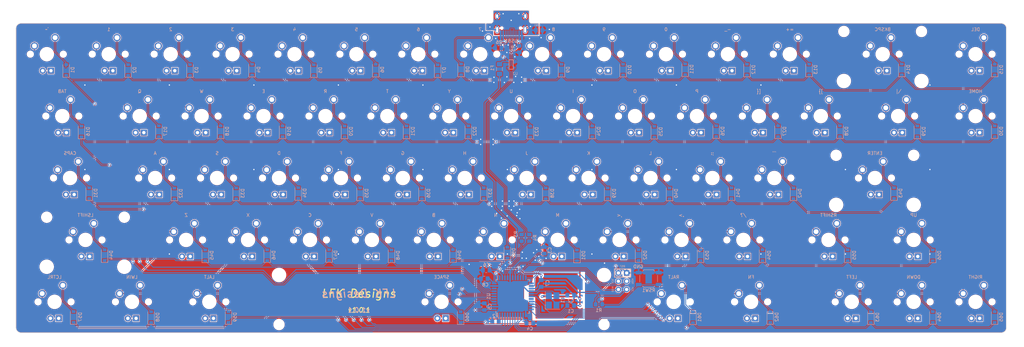
<source format=kicad_pcb>
(kicad_pcb (version 20211014) (generator pcbnew)
  (layers (0 "F.Cu" signal) (31 "B.Cu" signal) (34 "B.Paste" user) (35 "F.Paste" user) (36 "B.SilkS" user "B.Silkscreen") (37 "F.SilkS" user "F.Silkscreen") (38 "B.Mask" user) (39 "F.Mask" user) (44 "Edge.Cuts" user))
  (net 0 "")
  (net 1 "XTAL1")
  (net 2 "GND")
  (net 3 "XTAL2")
  (net 4 "Net-(C3-Pad1)")
  (net 5 "+5V")
  (net 6 "row0")
  (net 7 "Net-(D1-Pad2)")
  (net 8 "Net-(D2-Pad2)")
  (net 9 "Net-(D3-Pad2)")
  (net 10 "Net-(D4-Pad2)")
  (net 11 "Net-(D5-Pad2)")
  (net 12 "Net-(D6-Pad2)")
  (net 13 "Net-(D7-Pad2)")
  (net 14 "Net-(D8-Pad2)")
  (net 15 "Net-(D9-Pad2)")
  (net 16 "Net-(D10-Pad2)")
  (net 17 "Net-(D11-Pad2)")
  (net 18 "Net-(D12-Pad2)")
  (net 19 "Net-(D13-Pad2)")
  (net 20 "Net-(D14-Pad2)")
  (net 21 "Net-(D15-Pad2)")
  (net 22 "row1")
  (net 23 "Net-(D16-Pad2)")
  (net 24 "Net-(D17-Pad2)")
  (net 25 "Net-(D18-Pad2)")
  (net 26 "Net-(D19-Pad2)")
  (net 27 "Net-(D20-Pad2)")
  (net 28 "Net-(D21-Pad2)")
  (net 29 "Net-(D22-Pad2)")
  (net 30 "Net-(D23-Pad2)")
  (net 31 "Net-(D24-Pad2)")
  (net 32 "Net-(D25-Pad2)")
  (net 33 "Net-(D26-Pad2)")
  (net 34 "Net-(D27-Pad2)")
  (net 35 "Net-(D28-Pad2)")
  (net 36 "Net-(D29-Pad2)")
  (net 37 "Net-(D30-Pad2)")
  (net 38 "row2")
  (net 39 "Net-(D31-Pad2)")
  (net 40 "Net-(D32-Pad2)")
  (net 41 "Net-(D33-Pad2)")
  (net 42 "Net-(D34-Pad2)")
  (net 43 "Net-(D35-Pad2)")
  (net 44 "Net-(D36-Pad2)")
  (net 45 "Net-(D37-Pad2)")
  (net 46 "Net-(D38-Pad2)")
  (net 47 "Net-(D39-Pad2)")
  (net 48 "Net-(D40-Pad2)")
  (net 49 "Net-(D41-Pad2)")
  (net 50 "Net-(D42-Pad2)")
  (net 51 "Net-(D43-Pad2)")
  (net 52 "row3")
  (net 53 "Net-(D44-Pad2)")
  (net 54 "Net-(D45-Pad2)")
  (net 55 "Net-(D46-Pad2)")
  (net 56 "Net-(D47-Pad2)")
  (net 57 "Net-(D48-Pad2)")
  (net 58 "Net-(D49-Pad2)")
  (net 59 "Net-(D50-Pad2)")
  (net 60 "Net-(D51-Pad2)")
  (net 61 "Net-(D52-Pad2)")
  (net 62 "Net-(D53-Pad2)")
  (net 63 "Net-(D54-Pad2)")
  (net 64 "Net-(D55-Pad2)")
  (net 65 "Net-(D56-Pad2)")
  (net 66 "row4")
  (net 67 "Net-(D57-Pad2)")
  (net 68 "Net-(D58-Pad2)")
  (net 69 "Net-(D59-Pad2)")
  (net 70 "Net-(D60-Pad2)")
  (net 71 "Net-(D61-Pad2)")
  (net 72 "Net-(D62-Pad2)")
  (net 73 "Net-(D63-Pad2)")
  (net 74 "Net-(D64-Pad2)")
  (net 75 "Net-(D65-Pad2)")
  (net 76 "VCC")
  (net 77 "MISO")
  (net 78 "SCK")
  (net 79 "MOSI")
  (net 80 "RESET")
  (net 81 "Net-(R2-Pad1)")
  (net 82 "DN")
  (net 83 "D-")
  (net 84 "DP")
  (net 85 "D+")
  (net 86 "Net-(R5-Pad1)")
  (net 87 "Net-(R6-Pad1)")
  (net 88 "col0")
  (net 89 "col1")
  (net 90 "col2")
  (net 91 "col3")
  (net 92 "col4")
  (net 93 "col5")
  (net 94 "col6")
  (net 95 "col7")
  (net 96 "col8")
  (net 97 "col9")
  (net 98 "col10")
  (net 99 "col11")
  (net 100 "col12")
  (net 101 "col13")
  (net 102 "col14")
  (net 108 "Earth")
  (footprint "MX_Only:MXOnly-1U" (layer "F.Cu") (at 255.5875 57.15)
    (fp_text reference "SW11")
    (fp_text value "0")
  )
  (footprint "MX_Only:MXOnly-1U" (layer "F.Cu") (at 227.0125 76.2)
    (fp_text reference "SW24")
    (fp_text value "I")
  )
  (footprint "MX_Only:MXOnly-1.75U" (layer "F.Cu") (at 72.23125 95.25)
    (fp_text reference "SW31")
    (fp_text value "CAPS")
  )
  (footprint "MX_Only:MXOnly-1.25U" (layer "F.Cu") (at 257.96875 133.35)
    (fp_text reference "SW61")
    (fp_text value "RALT")
  )
  (footprint "MX_Only:MXOnly-1U" (layer "F.Cu") (at 303.2125 76.2)
    (fp_text reference "SW28")
    (fp_text value "]}")
  )
  (footprint "MX_Only:MXOnly-1.25U" (layer "F.Cu") (at 115.09375 133.35)
    (fp_text reference "SW59")
    (fp_text value "LALT")
  )
  (footprint "MX_Only:MXOnly-1U" (layer "F.Cu") (at 250.825 95.25)
    (fp_text reference "SW40")
    (fp_text value "L")
  )
  (footprint "MX_Only:MXOnly-1U" (layer "F.Cu") (at 165.1 114.3)
    (fp_text reference "SW48")
    (fp_text value "V")
  )
  (footprint "MX_Only:MXOnly-1U" (layer "F.Cu") (at 146.05 114.3)
    (fp_text reference "SW47")
    (fp_text value "C")
  )
  (footprint "MX_Only:MXOnly-1U" (layer "F.Cu") (at 212.725 95.25)
    (fp_text reference "SW38")
    (fp_text value "J")
  )
  (footprint "MX_Only:MXOnly-1.25U" (layer "F.Cu") (at 91.28125 133.35)
    (fp_text reference "SW58")
    (fp_text value "LWIN")
  )
  (footprint "MX_Only:MXOnly-1U" (layer "F.Cu") (at 279.4 114.3)
    (fp_text reference "SW54")
    (fp_text value "/?")
  )
  (footprint "MX_Only:MXOnly-1U" (layer "F.Cu") (at 312.7375 133.35)
    (fp_text reference "SW63")
    (fp_text value "LEFT")
  )
  (footprint "MX_Only:MXOnly-1U" (layer "F.Cu") (at 112.7125 76.2)
    (fp_text reference "SW18")
    (fp_text value "W")
  )
  (footprint "MX_Only:MXOnly-1U" (layer "F.Cu") (at 117.475 95.25)
    (fp_text reference "SW33")
    (fp_text value "S")
  )
  (footprint "MX_Only:MXOnly-1.25U" (layer "F.Cu") (at 67.46875 133.35)
    (fp_text reference "SW57")
    (fp_text value "LCTRL")
  )
  (footprint "MX_Only:MXOnly-1U" (layer "F.Cu") (at 231.775 95.25)
    (fp_text reference "SW39")
    (fp_text value "K")
  )
  (footprint "MX_Only:MXOnly-1.5U" (layer "F.Cu") (at 69.85 76.2)
    (fp_text reference "SW16")
    (fp_text value "TAB")
  )
  (footprint "MX_Only:MXOnly-1U" (layer "F.Cu") (at 274.6375 57.15)
    (fp_text reference "SW12")
    (fp_text value "-_")
  )
  (footprint "MX_Only:MXOnly-1U" (layer "F.Cu") (at 169.8625 76.2)
    (fp_text reference "SW21")
    (fp_text value "T")
  )
  (footprint "MX_Only:MXOnly-1U" (layer "F.Cu") (at 131.7625 76.2)
    (fp_text reference "SW19")
    (fp_text value "E")
  )
  (footprint "MX_Only:MXOnly-1U" (layer "F.Cu") (at 222.25 114.3)
    (fp_text reference "SW51")
    (fp_text value "M")
  )
  (footprint "MX_Only:MXOnly-1U" (layer "F.Cu") (at 103.1875 57.15)
    (fp_text reference "SW3")
    (fp_text value "2")
  )
  (footprint "MX_Only:MXOnly-1U" (layer "F.Cu") (at 174.625 95.25)
    (fp_text reference "SW36")
    (fp_text value "G")
  )
  (footprint "MX_Only:MXOnly-1U" (layer "F.Cu") (at 331.7875 133.35)
    (fp_text reference "SW64")
    (fp_text value "DOWN")
  )
  (footprint "MX_Only:MXOnly-1U" (layer "F.Cu") (at 331.7875 114.3)
    (fp_text reference "SW56")
    (fp_text value "UP")
  )
  (footprint "MX_Only:MXOnly-1U" (layer "F.Cu") (at 350.8375 57.15)
    (fp_text reference "SW15")
    (fp_text value "DEL")
  )
  (footprint "MX_Only:MXOnly-1.5U" (layer "F.Cu") (at 327.025 76.2)
    (fp_text reference "SW29")
    (fp_text value "\\|")
  )
  (footprint "MX_Only:MXOnly-1U" (layer "F.Cu") (at 350.8375 133.35)
    (fp_text reference "SW65")
    (fp_text value "RIGHT")
  )
  (footprint "MX_Only:MXOnly-1U" (layer "F.Cu") (at 269.875 95.25)
    (fp_text reference "SW41")
    (fp_text value ";:")
  )
  (footprint "MX_Only:MXOnly-1U" (layer "F.Cu") (at 198.4375 57.15)
    (fp_text reference "SW8")
    (fp_text value "7")
  )
  (footprint "MX_Only:MXOnly-1U" (layer "F.Cu") (at 284.1625 76.2)
    (fp_text reference "SW27")
    (fp_text value "[{")
  )
  (footprint "MX_Only:MXOnly-1U" (layer "F.Cu") (at 246.0625 76.2)
    (fp_text reference "SW25")
    (fp_text value "O")
  )
  (footprint "MX_Only:MXOnly-2U" (layer "F.Cu") (at 322.2625 57.15)
    (fp_text reference "SW14")
    (fp_text value "BKSPC")
  )
  (footprint "MX_Only:MXOnly-1U" (layer "F.Cu") (at 179.3875 57.15)
    (fp_text reference "SW7")
    (fp_text value "6")
  )
  (footprint "MX_Only:MXOnly-1U" (layer "F.Cu") (at 98.425 95.25)
    (fp_text reference "SW32")
    (fp_text value "A")
  )
  (footprint "MX_Only:MXOnly-1U" (layer "F.Cu") (at 141.2875 57.15)
    (fp_text reference "SW5")
    (fp_text value "4")
  )
  (footprint "MX_Only:MXOnly-1U" (layer "F.Cu") (at 107.95 114.3)
    (fp_text reference "SW45")
    (fp_text value "Z")
  )
  (footprint "MX_Only:MXOnly-1U" (layer "F.Cu") (at 65.0875 57.15)
    (fp_text reference "SW1")
    (fp_text value "`~")
  )
  (footprint "MX_Only:MXOnly-1U" (layer "F.Cu") (at 150.8125 76.2)
    (fp_text reference "SW20")
    (fp_text value "R")
  )
  (footprint "MX_Only:MXOnly-1U" (layer "F.Cu") (at 184.15 114.3)
    (fp_text reference "SW49")
    (fp_text value "B")
  )
  (footprint "MX_Only:MXOnly-1.75U" (layer "F.Cu") (at 305.59375 114.3)
    (fp_text reference "SW55")
    (fp_text value "RSHIFT")
  )
  (footprint "MX_Only:MXOnly-1.25U" (layer "F.Cu") (at 281.78125 133.35)
    (fp_text reference "SW62")
    (fp_text value "FN")
  )
  (footprint "MX_Only:MXOnly-6.25U-ReversedStabilizers" (layer "F.Cu") (at 186.53125 133.35)
    (fp_text reference "SW60")
    (fp_text value "SPACE")
  )
  (footprint "MX_Only:MXOnly-1U" (layer "F.Cu") (at 236.5375 57.15)
    (fp_text reference "SW10")
    (fp_text value "9")
  )
  (footprint "MX_Only:MXOnly-1U" (layer "F.Cu") (at 207.9625 76.2)
    (fp_text reference "SW23")
    (fp_text value "U")
  )
  (footprint "MX_Only:MXOnly-1U" (layer "F.Cu") (at 93.6625 76.2)
    (fp_text reference "SW17")
    (fp_text value "Q")
  )
  (footprint "MX_Only:MXOnly-1U" (layer "F.Cu") (at 260.35 114.3)
    (fp_text reference "SW53")
    (fp_text value ".>")
  )
  (footprint "MX_Only:MXOnly-1U" (layer "F.Cu") (at 293.6875 57.15)
    (fp_text reference "SW13")
    (fp_text value "=+")
  )
  (footprint "MX_Only:MXOnly-1U" (layer "F.Cu") (at 127 114.3)
    (fp_text reference "SW46")
    (fp_text value "X")
  )
  (footprint "MX_Only:MXOnly-1U" (layer "F.Cu") (at 217.4875 57.15)
    (fp_text reference "SW9")
    (fp_text value "8")
  )
  (footprint "MX_Only:MXOnly-1U" (layer "F.Cu") (at 155.575 95.25)
    (fp_text reference "SW35")
    (fp_text value "F")
  )
  (footprint "MX_Only:MXOnly-1U" (layer "F.Cu") (at 203.2 114.3)
    (fp_text reference "SW50")
    (fp_text value "N")
  )
  (footprint "MX_Only:MXOnly-1U" (layer "F.Cu") (at 193.675 95.25)
    (fp_text reference "SW37")
    (fp_text value "H")
  )
  (footprint "MX_Only:MXOnly-2.25U" (layer "F.Cu") (at 319.88125 95.25)
    (fp_text reference "SW43")
    (fp_text value "ENTER")
  )
  (footprint "MX_Only:MXOnly-1U" (layer "F.Cu") (at 136.525 95.25)
    (fp_text reference "SW34")
    (fp_text value "D")
  )
  (footprint "MX_Only:MXOnly-1U" (layer "F.Cu") (at 288.925 95.25)
    (fp_text reference "SW42")
    (fp_text value "'\"")
  )
  (footprint "MX_Only:MXOnly-1U" (layer "F.Cu") (at 265.1125 76.2)
    (fp_text reference "SW26")
    (fp_text value "P")
  )
  (footprint "MX_Only:MXOnly-1U" (layer "F.Cu") (at 188.9125 76.2)
    (fp_text reference "SW22")
    (fp_text value "Y")
  )
  (footprint "MX_Only:MXOnly-1U" (layer "F.Cu") (at 122.2375 57.15)
    (fp_text reference "SW4")
    (fp_text value "3")
  )
  (footprint "MX_Only:MXOnly-1U" (layer "F.Cu") (at 160.3375 57.15)
    (fp_text reference "SW6")
    (fp_text value "5")
  )
  (footprint "MX_Only:MXOnly-1U" (layer "F.Cu") (at 84.1375 57.15)
    (fp_text reference "SW2")
    (fp_text value "1")
  )
  (footprint "MX_Only:MXOnly-1U" (layer "F.Cu") (at 350.8375 76.2)
    (fp_text reference "SW30")
    (fp_text value "HOME")
  )
  (footprint "MX_Only:MXOnly-1U" (layer "F.Cu") (at 241.3 114.3)
    (fp_text reference "SW52")
    (fp_text value ",<")
  )
  (footprint "MX_Only:MXOnly-2.25U" (layer "F.Cu") (at 76.99375 114.3)
    (fp_text reference "SW44")
    (fp_text value "LSHIFT")
  )
  (footprint "Diode_SMD:D_SOD-123" (layer "B.Cu") (at 263.89622 138.08959 90)
    (fp_text reference "D61")
    (fp_text value "D")
  )
  (footprint "Diode_SMD:D_SOD-123" (layer "B.Cu") (at 120.98505 138.029968 90)
    (fp_text reference "D59")
    (fp_text value "D")
  )
  (footprint "Diode_SMD:D_SOD-123" (layer "B.Cu") (at 137.63504 80.869921 90)
    (fp_text reference "D19")
    (fp_text value "D")
  )
  (footprint "Diode_SMD:D_SOD-123" (layer "B.Cu") (at 99.565183 80.868709 90)
    (fp_text reference "D17")
    (fp_text value "D")
  )
  (footprint "Diode_SMD:D_SOD-123" (layer "B.Cu") (at 275.762226 99.915732 90)
    (fp_text reference "D41")
    (fp_text value "D")
  )
  (footprint "Capacitor_SMD:C_0805_2012Metric_Pad1.18x1.45mm_HandSolder" (layer "B.Cu") (at 200.276691 123.608059 180)
    (fp_text reference "C6")
    (fp_text value "0.1u")
  )
  (footprint "Diode_SMD:D_SOD-123" (layer "B.Cu") (at 261.496938 61.775118 90)
    (fp_text reference "D11")
    (fp_text value "D")
  )
  (footprint "Diode_SMD:D_SOD-123" (layer "B.Cu") (at 309.119393 80.835757 90)
    (fp_text reference "D28")
    (fp_text value "D")
  )
  (footprint "Diode_SMD:D_SOD-123" (layer "B.Cu") (at 337.672962 119.053915 90)
    (fp_text reference "D56")
    (fp_text value "D")
  )
  (footprint "Capacitor_SMD:C_0805_2012Metric_Pad1.18x1.45mm_HandSolder" (layer "B.Cu") (at 218.151046 117.489485 90)
    (fp_text reference "C3")
    (fp_text value "1u")
  )
  (footprint "Diode_SMD:D_SOD-123" (layer "B.Cu") (at 190.042796 118.960931 90)
    (fp_text reference "D49")
    (fp_text value "D")
  )
  (footprint "Diode_SMD:D_SOD-123" (layer "B.Cu") (at 206.76875 118.189433 90)
    (fp_text reference "D50")
    (fp_text value "D")
  )
  (footprint "Diode_SMD:D_SOD-123" (layer "B.Cu") (at 213.829592 80.975706 90)
    (fp_text reference "D23")
    (fp_text value "D")
  )
  (footprint "Diode_SMD:D_SOD-123" (layer "B.Cu") (at 294.803937 99.928797 90)
    (fp_text reference "D42")
    (fp_text value "D")
  )
  (footprint "Diode_SMD:D_SOD-123" (layer "B.Cu") (at 356.734925 80.835233 90)
    (fp_text reference "D30")
    (fp_text value "D")
  )
  (footprint "Diode_SMD:D_SOD-123" (layer "B.Cu") (at 266.240103 118.998038 90)
    (fp_text reference "D53")
    (fp_text value "D")
  )
  (footprint "random-keyboard-parts:Reset_Pretty-Mask" (layer "B.Cu") (at 242.223123 127.003252)
    (fp_text reference "J1")
    (fp_text value "AVR-ISP-6")
  )
  (footprint "Diode_SMD:D_SOD-123" (layer "B.Cu") (at 90.09375 62.0125 90)
    (fp_text reference "D2")
    (fp_text value "D")
  )
  (footprint "Diode_SMD:D_SOD-123" (layer "B.Cu") (at 185.34375 62.0625 90)
    (fp_text reference "D7")
    (fp_text value "D")
  )
  (footprint "Capacitor_SMD:C_0805_2012Metric_Pad1.18x1.45mm_HandSolder" (layer "B.Cu") (at 226.281913 131.303624)
    (fp_text reference "C2")
    (fp_text value "22p")
  )
  (footprint "random-keyboard-parts:SOT143B" (layer "B.Cu") (at 207.9625 60.325 180)
    (fp_text reference "U2")
    (fp_text value "PRTR5V0U2X")
  )
  (footprint "Diode_SMD:D_SOD-123" (layer "B.Cu") (at 237.655378 99.951434 90)
    (fp_text reference "D39")
    (fp_text value "D")
  )
  (footprint "Diode_SMD:D_SOD-123" (layer "B.Cu") (at 82.867591 118.972553 90)
    (fp_text reference "D44")
    (fp_text value "D")
  )
  (footprint "Diode_SMD:D_SOD-123" (layer "B.Cu") (at 251.982936 80.996221 90)
    (fp_text reference "D25")
    (fp_text value "D")
  )
  (footprint "Diode_SMD:D_SOD-123" (layer "B.Cu") (at 109.14375 62.0125 90)
    (fp_text reference "D3")
    (fp_text value "D")
  )
  (footprint "Diode_SMD:D_SOD-123" (layer "B.Cu") (at 113.830769 119.030899 90)
    (fp_text reference "D45")
    (fp_text value "D")
  )
  (footprint "Diode_SMD:D_SOD-123" (layer "B.Cu") (at 118.565736 80.851915 90)
    (fp_text reference "D18")
    (fp_text value "D")
  )
  (footprint "Diode_SMD:D_SOD-123" (layer "B.Cu") (at 218.605573 99.951043 90)
    (fp_text reference "D38")
    (fp_text value "D")
  )
  (footprint "Diode_SMD:D_SOD-123" (layer "B.Cu") (at 171.133465 119.03812 90)
    (fp_text reference "D48")
    (fp_text value "D")
  )
  (footprint "Resistor_SMD:R_0805_2012Metric_Pad1.20x1.40mm_HandSolder" (layer "B.Cu") (at 211.150422 113.654332 -90)
    (fp_text reference "R3")
    (fp_text value "22")
  )
  (footprint "Diode_SMD:D_SOD-123" (layer "B.Cu") (at 311.500508 119.010917 90)
    (fp_text reference "D55")
    (fp_text value "D")
  )
  (footprint "Diode_SMD:D_SOD-123" (layer "B.Cu") (at 71.0375 62 90)
    (fp_text reference "D1")
    (fp_text value "D")
  )
  (footprint "Diode_SMD:D_SOD-123" (layer "B.Cu") (at 147.24375 62.0625 90)
    (fp_text reference "D5")
    (fp_text value "D")
  )
  (footprint "Capacitor_SMD:C_0805_2012Metric_Pad1.18x1.45mm_HandSolder" (layer "B.Cu") (at 199.681308 126.228645 180)
    (fp_text reference "C8")
    (fp_text value "10u")
  )
  (footprint "Resistor_SMD:R_0805_2012Metric_Pad1.20x1.40mm_HandSolder" (layer "B.Cu") (at 203.99375 55.261263 180)
    (fp_text reference "R6")
    (fp_text value "5.1k")
  )
  (footprint "Inductor_SMD:L_0805_2012Metric_Pad1.15x1.40mm_HandSolder" (layer "B.Cu") (at 216.535 49.784 180)
    (fp_text reference "FB1")
    (fp_text value "60@100MHz")
  )
  (footprint "Diode_SMD:D_SOD-123" (layer "B.Cu") (at 75.752308 80.944908 90)
    (fp_text reference "D16")
    (fp_text value "D")
  )
  (footprint "Diode_SMD:D_SOD-123" (layer "B.Cu") (at 356.73805 61.867854 90)
    (fp_text reference "D15")
    (fp_text value "D")
  )
  (footprint "Diode_SMD:D_SOD-123" (layer "B.Cu") (at 161.482546 99.95648 90)
    (fp_text reference "D35")
    (fp_text value "D")
  )
  (footprint "Package_QFP:TQFP-44_10x10mm_P0.8mm" (layer "B.Cu") (at 208.435753 131.661707 -90)
    (fp_text reference "U1")
    (fp_text value "ATmega32U4-A")
  )
  (footprint "Button_Switch_SMD:SW_SPST_SKQG_WithStem" (layer "B.Cu") (at 250.2669 126.20625)
    (fp_text reference "RSW1")
    (fp_text value "SW_PUSH_RESET")
  )
  (footprint "Fuse:Fuse_1206_3216Metric_Pad1.42x1.75mm_HandSolder" (layer "B.Cu") (at 204.356967 61.731928 -90)
    (fp_text reference "F1")
    (fp_text value "500m")
  )
  (footprint "Diode_SMD:D_SOD-123" (layer "B.Cu") (at 151.93736 118.959126 90)
    (fp_text reference "D47")
    (fp_text value "D")
  )
  (footprint "Capacitor_SMD:C_0805_2012Metric_Pad1.18x1.45mm_HandSolder" (layer "B.Cu") (at 217.167003 127.690457 -90)
    (fp_text reference "C7")
    (fp_text value "0.1u")
  )
  (footprint "Crystal:Crystal_SMD_3225-4Pin_3.2x2.5mm_HandSoldering" (layer "B.Cu") (at 220.725663 132.893624 90)
    (fp_text reference "Y1")
    (fp_text value "Crystal_GND24_Small")
  )
  (footprint "Diode_SMD:D_SOD-123" (layer "B.Cu") (at 97.177278 138.054695 90)
    (fp_text reference "D58")
    (fp_text value "D")
  )
  (footprint "Diode_SMD:D_SOD-123" (layer "B.Cu") (at 228.197588 119.059086 90)
    (fp_text reference "D51")
    (fp_text value "D")
  )
  (footprint "Diode_SMD:D_SOD-123" (layer "B.Cu") (at 199.527272 99.889145 90)
    (fp_text reference "D37")
    (fp_text value "D")
  )
  (footprint "Resistor_SMD:R_0805_2012Metric_Pad1.20x1.40mm_HandSolder" (layer "B.Cu") (at 234.95 134.14375)
    (fp_text reference "R1")
    (fp_text value "10k")
  )
  (footprint "Diode_SMD:D_SOD-123" (layer "B.Cu") (at 78.12481 99.912584 90)
    (fp_text reference "D31")
    (fp_text value "D")
  )
  (footprint "Capacitor_SMD:C_0805_2012Metric_Pad1.18x1.45mm_HandSolder" (layer "B.Cu") (at 213.720915 139.89126)
    (fp_text reference "C4")
    (fp_text value "0.1u")
  )
  (footprint "Diode_SMD:D_SOD-123" (layer "B.Cu") (at 356.710703 138.040665 90)
    (fp_text reference "D65")
    (fp_text value "D")
  )
  (footprint "Diode_SMD:D_SOD-123" (layer "B.Cu") (at 337.692378 138.010722 90)
    (fp_text reference "D64")
    (fp_text value "D")
  )
  (footprint "Diode_SMD:D_SOD-123" (layer "B.Cu") (at 132.89208 119.001238 90)
    (fp_text reference "D46")
    (fp_text value "D")
  )
  (footprint "Diode_SMD:D_SOD-123" (layer "B.Cu") (at 299.621537 61.865858 90)
    (fp_text reference "D13")
    (fp_text value "D")
  )
  (footprint "Diode_SMD:D_SOD-123" (layer "B.Cu") (at 285.294428 119.003962 90)
    (fp_text reference "D54")
    (fp_text value "D")
  )
  (footprint "Diode_SMD:D_SOD-123" (layer "B.Cu") (at 332.920697 80.903627 90)
    (fp_text reference "D29")
    (fp_text value "D")
  )
  (footprint "Diode_SMD:D_SOD-123" (layer "B.Cu") (at 104.326708 100.003683 90)
    (fp_text reference "D32")
    (fp_text value "D")
  )
  (footprint "Diode_SMD:D_SOD-123" (layer "B.Cu") (at 180.509065 99.964167 90)
    (fp_text reference "D36")
    (fp_text value "D")
  )
  (footprint "Resistor_SMD:R_0805_2012Metric_Pad1.20x1.40mm_HandSolder" (layer "B.Cu") (at 210.434025 55.573298 -90)
    (fp_text reference "R5")
    (fp_text value "5.1k")
  )
  (footprint "Diode_SMD:D_SOD-123" (layer "B.Cu") (at 290.059887 80.858139 90)
    (fp_text reference "D27")
    (fp_text value "D")
  )
  (footprint "Diode_SMD:D_SOD-123" (layer "B.Cu") (at 242.39375 61.898508 90)
    (fp_text reference "D10")
    (fp_text value "D")
  )
  (footprint "Diode_SMD:D_SOD-123" (layer "B.Cu") (at 287.668218 138.024488 90)
    (fp_text reference "D62")
    (fp_text value "D")
  )
  (footprint "Diode_SMD:D_SOD-123" (layer "B.Cu") (at 328.144363 61.840206 90)
    (fp_text reference "D14")
    (fp_text value "D")
  )
  (footprint "Diode_SMD:D_SOD-123" (layer "B.Cu") (at 325.762185 99.890773 90)
    (fp_text reference "D43")
    (fp_text value "D")
  )
  (footprint "Diode_SMD:D_SOD-123" (layer "B.Cu") (at 318.627947 138.061482 90)
    (fp_text reference "D63")
    (fp_text value "D")
  )
  (footprint "Type-C:HRO-TYPE-C-31-M-12-HandSoldering" (layer "B.Cu") (at 207.9625 42.8625)
    (fp_text reference "USB1")
    (fp_text value "HRO-TYPE-C-31-M-12")
  )
  (footprint "Diode_SMD:D_SOD-123" (layer "B.Cu") (at 192.421075 138.040052 90)
    (fp_text reference "D60")
    (fp_text value "D")
  )
  (footprint "Diode_SMD:D_SOD-123" (layer "B.Cu") (at 156.689261 80.893578 90)
    (fp_text reference "D20")
    (fp_text value "D")
  )
  (footprint "Capacitor_SMD:C_0805_2012Metric_Pad1.18x1.45mm_HandSolder" (layer "B.Cu") (at 226.281913 134.478624)
    (fp_text reference "C1")
    (fp_text value "22p")
  )
  (footprint "Resistor_SMD:R_0805_2012Metric_Pad1.20x1.40mm_HandSolder" (layer "B.Cu") (at 203.140337 139.337733 180)
    (fp_text reference "R2")
    (fp_text value "10k")
  )
  (footprint "Diode_SMD:D_SOD-123" (layer "B.Cu") (at 192.557821 61.816304 90)
    (fp_text reference "D8")
    (fp_text value "D")
  )
  (footprint "Diode_SMD:D_SOD-123" (layer "B.Cu") (at 232.904074 80.882383 90)
    (fp_text reference "D24")
    (fp_text value "D")
  )
  (footprint "Resistor_SMD:R_0805_2012Metric_Pad1.20x1.40mm_HandSolder" (layer "B.Cu") (at 213.531672 113.654332 -90)
    (fp_text reference "R4")
    (fp_text value "22")
  )
  (footprint "Diode_SMD:D_SOD-123" (layer "B.Cu") (at 271.035605 80.825849 90)
    (fp_text reference "D26")
    (fp_text value "D")
  )
  (footprint "Diode_SMD:D_SOD-123" (layer "B.Cu") (at 142.439817 99.873749 90)
    (fp_text reference "D34")
    (fp_text value "D")
  )
  (footprint "Diode_SMD:D_SOD-123" (layer "B.Cu") (at 247.166863 118.971909 90)
    (fp_text reference "D52")
    (fp_text value "D")
  )
  (footprint "Diode_SMD:D_SOD-123" (layer "B.Cu") (at 128.2375 61.9125 90)
    (fp_text reference "D4")
    (fp_text value "D")
  )
  (footprint "Capacitor_SMD:C_0805_2012Metric_Pad1.18x1.45mm_HandSolder" (layer "B.Cu") (at 199.704503 134.834207 90)
    (fp_text reference "C5")
    (fp_text value "0.1u")
  )
  (footprint "Diode_SMD:D_SOD-123" (layer "B.Cu") (at 73.337272 137.988265 90)
    (fp_text reference "D57")
    (fp_text value "D")
  )
  (footprint "Diode_SMD:D_SOD-123" (layer "B.Cu") (at 256.705378 99.98129 90)
    (fp_text reference "D40")
    (fp_text value "D")
  )
  (footprint "Diode_SMD:D_SOD-123" (layer "B.Cu") (at 223.4375 61.9125 90)
    (fp_text reference "D9")
    (fp_text value "D")
  )
  (footprint "Diode_SMD:D_SOD-123" (layer "B.Cu") (at 175.743242 80.893963 90)
    (fp_text reference "D21")
    (fp_text value "D")
  )
  (footprint "Diode_SMD:D_SOD-123" (layer "B.Cu") (at 280.510254 61.880872 90)
    (fp_text reference "D12")
    (fp_text value "D")
  )
  (footprint "Diode_SMD:D_SOD-123" (layer "B.Cu") (at 123.353982 99.944891 90)
    (fp_text reference "D33")
    (fp_text value "D")
  )
  (footprint "Diode_SMD:D_SOD-123" (layer "B.Cu") (at 194.764424 80.871863 90)
    (fp_text reference "D22")
    (fp_text value "D")
  )
  (footprint "Diode_SMD:D_SOD-123" (layer "B.Cu") (at 166.29375 61.9125 90)
    (fp_text reference "D6")
    (fp_text value "D")
  )
  (gr_line (start 214.3125 47.625) (end 358.775 47.625) (layer "Edge.Cuts") (width 0.1))
  (gr_line (start 57.15 47.625) (end 201.6125 47.625) (layer "Edge.Cuts") (width 0.1))
  (gr_arc (start 214.3125 47.625) (mid 213.751234 47.392516) (end 213.51875 46.83125) (layer "Edge.Cuts") (width 0.1))
  (gr_arc (start 360.3625 141.2875) (mid 359.897532 142.410032) (end 358.775 142.875) (layer "Edge.Cuts") (width 0.1))
  (gr_line (start 213.51875 46.83125) (end 213.51875 43.65625) (layer "Edge.Cuts") (width 0.1))
  (gr_line (start 360.3625 49.2125) (end 360.3625 141.2875) (layer "Edge.Cuts") (width 0.1))
  (gr_arc (start 358.775 47.625) (mid 359.897532 48.089968) (end 360.3625 49.2125) (layer "Edge.Cuts") (width 0.1))
  (gr_arc (start 55.5625 49.2125) (mid 56.027468 48.089968) (end 57.15 47.625) (layer "Edge.Cuts") (width 0.1))
  (gr_arc (start 57.15 142.875) (mid 56.027468 142.410032) (end 55.5625 141.2875) (layer "Edge.Cuts") (width 0.1))
  (gr_line (start 202.40625 46.83125) (end 202.40625 43.65625) (layer "Edge.Cuts") (width 0.1))
  (gr_line (start 358.775 142.875) (end 57.15 142.875) (layer "Edge.Cuts") (width 0.1))
  (gr_line (start 55.5625 141.2875) (end 55.5625 49.2125) (layer "Edge.Cuts") (width 0.1))
  (gr_arc (start 202.40625 46.83125) (mid 202.173766 47.392516) (end 201.6125 47.625) (layer "Edge.Cuts") (width 0.1))
  (gr_line (start 202.40625 43.65625) (end 213.51875 43.65625) (layer "Edge.Cuts") (width 0.1))
  (segment (start 218.398253 134.549207) (end 215.510753 131.661707) (width 0.25) (layer "B.Cu") (net 1))
  (segment (start 219.674093 136.582045) (end 218.398253 135.306205) (width 0.25) (layer "B.Cu") (net 1))
  (segment (start 219.575663 134.343624) (end 218.603836 134.343624) (width 0.25) (layer "B.Cu") (net 1))
  (segment (start 225.244413 134.478624) (end 223.140992 136.582045) (width 0.25) (layer "B.Cu") (net 1))
  (segment (start 218.398253 135.306205) (end 218.398253 134.549207) (width 0.25) (layer "B.Cu") (net 1))
  (segment (start 223.140992 136.582045) (end 219.674093 136.582045) (width 0.25) (layer "B.Cu") (net 1))
  (segment (start 218.603836 134.343624) (end 218.398253 134.549207) (width 0.25) (layer "B.Cu") (net 1))
  (segment (start 215.510753 131.661707) (end 214.135753 131.661707) (width 0.25) (layer "B.Cu") (net 1))
  (segment (start 209.813787 105.951057) (end 205.268891 105.951057) (width 0.381) (layer "F.Cu") (net 2))
  (segment (start 215.83142 111.96869) (end 215.83142 117.298384) (width 0.381) (layer "F.Cu") (net 2))
  (segment (start 202.583445 111.220262) (end 200.765599 113.038108) (width 0.381) (layer "F.Cu") (net 2))
  (segment (start 218.703107 119.984586) (end 218.720494 119.984586) (width 0.381) (layer "F.Cu") (net 2))
  (segment (start 200.765599 113.038108) (end 200.765599 116.082174) (width 0.381) (layer "F.Cu") (net 2))
  (segment (start 202.583445 108.636503) (end 202.583445 111.220262) (width 0.381) (layer "F.Cu") (net 2))
  (segment (start 236.654057 121.415896) (end 236.680586 121.442425) (width 0.381) (layer "F.Cu") (net 2))
  (segment (start 229.141651 134.518928) (end 229.112967 134.490244) (width 0.381) (layer "F.Cu") (net 2))
  (segment (start 229.112967 126.712167) (end 229.112967 123.791121) (width 0.381) (layer "F.Cu") (net 2))
  (segment (start 229.112967 123.791121) (end 228.283846 122.962) (width 0.381) (layer "F.Cu") (net 2))
  (segment (start 229.112967 132.410672) (end 229.112967 126.712167) (width 0.381) (layer "F.Cu") (net 2))
  (segment (start 229.82995 121.415896) (end 236.654057 121.415896) (width 0.381) (layer "F.Cu") (net 2))
  (segment (start 209.813787 105.951057) (end 215.83142 111.96869) (width 0.381) (layer "F.Cu") (net 2))
  (segment (start 229.112967 134.490244) (end 229.112967 126.712167) (width 0.381) (layer "F.Cu") (net 2))
  (segment (start 228.283846 122.962) (end 229.82995 121.415896) (width 0.381) (layer "F.Cu") (net 2))
  (segment (start 205.268891 105.951057) (end 202.583445 108.636503) (width 0.381) (layer "F.Cu") (net 2))
  (segment (start 217.481706 131.765288) (end 228.467583 131.765288) (width 0.381) (layer "F.Cu") (net 2))
  (segment (start 200.765599 116.082174) (end 195.018107 121.829666) (width 0.381) (layer "F.Cu") (net 2))
  (segment (start 227.704291 122.962) (end 228.283846 122.962) (width 0.381) (layer "F.Cu") (net 2))
  (segment (start 228.467583 131.765288) (end 229.112967 132.410672) (width 0.381) (layer "F.Cu") (net 2))
  (segment (start 221.697908 122.962) (end 227.704291 122.962) (width 0.381) (layer "F.Cu") (net 2))
  (segment (start 218.720494 119.984586) (end 221.697908 122.962) (width 0.381) (layer "F.Cu") (net 2))
  (via (at 198.569959 84.93125) (size 0.8) (drill 0.4) (layers "F.Cu" "B.Cu") (net 2))
  (via (at 206.628789 56.631942) (size 0.8) (drill 0.4) (layers "F.Cu" "B.Cu") (net 2))
  (via (at 206.646728 64.116823) (size 0.8) (drill 0.4) (layers "F.Cu" "B.Cu") (net 2))
  (via (at 208.782331 103.925671) (size 0.8) (drill 0.4) (layers "F.Cu" "B.Cu") (net 2))
  (via (at 203.2 52.324) (size 0.8) (drill 0.4) (layers "F.Cu" "B.Cu") (net 2))
  (via (at 76.8 66.64) (size 0.8) (drill 0.4) (layers "F.Cu" "B.Cu") (net 2))
  (via (at 205.873315 65.847797) (size 0.8) (drill 0.4) (layers "F.Cu" "B.Cu") (net 2))
  (via (at 232.8 118.64) (size 0.8) (drill 0.4) (layers "F.Cu" "B.Cu") (net 2))
  (via (at 219.71 49.53) (size 0.8) (drill 0.4) (layers "F.Cu" "B.Cu") (net 2))
  (via (at 205.281362 123.860418) (size 0.8) (drill 0.4) (layers "F.Cu" "B.Cu") (net 2))
  (via (at 216.466388 119.36847) (size 0.8) (drill 0.4) (layers "F.Cu" "B.Cu") (net 2))
  (via (at 211.387658 118.086508) (size 0.8) (drill 0.4) (layers "F.Cu" "B.Cu") (net 2))
  (via (at 210.565838 104.902588) (size 0.8) (drill 0.4) (layers "F.Cu" "B.Cu") (net 2))
  (via (at 204.988959 105.177825) (size 0.8) (drill 0.4) (layers "F.Cu" "B.Cu") (net 2))
  (via (at 258.8 92.64) (size 0.8) (drill 0.4) (layers "F.Cu" "B.Cu") (net 2))
  (via (at 102.8 66.64) (size 0.8) (drill 0.4) (layers "F.Cu" "B.Cu") (net 2))
  (via (at 202.40625 83.34375) (size 0.8) (drill 0.4) (layers "F.Cu" "B.Cu") (net 2))
  (via (at 217.481706 131.765288) (size 0.8) (drill 0.4) (layers "F.Cu" "B.Cu") (net 2))
  (via (at 236.680586 121.442425) (size 0.8) (drill 0.4) (layers "F.Cu" "B.Cu") (net 2))
  (via (at 209.032245 54.353515) (size 0.8) (drill 0.4) (layers "F.Cu" "B.Cu") (net 2))
  (via (at 202.644619 65.847797) (size 0.8) (drill 0.4) (layers "F.Cu" "B.Cu") (net 2))
  (via (at 212.626211 119.957979) (size 0.8) (drill 0.4) (layers "F.Cu" "B.Cu") (net 2))
  (via (at 154.8 92.64) (size 0.8) (drill 0.4) (layers "F.Cu" "B.Cu") (net 2))
  (via (at 204.932549 107.564145) (size 0.8) (drill 0.4) (layers "F.Cu" "B.Cu") (net 2))
  (via (at 206.8 92.64) (size 0.8) (drill 0.4) (layers "F.Cu" "B.Cu") (net 2))
  (via (at 102.8 118.64) (size 0.8) (drill 0.4) (layers "F.Cu" "B.Cu") (net 2))
  (via (at 202.40625 84.963957) (size 0.8) (drill 0.4) (layers "F.Cu" "B.Cu") (net 2))
  (via (at 207.329623 102.354289) (size 0.8) (drill 0.4) (layers "F.Cu" "B.Cu") (net 2))
  (via (at 180.8 66.64) (size 0.8) (drill 0.4) (layers "F.Cu" "B.Cu") (net 2))
  (via (at 207.042849 54.343169) (size 0.8) (drill 0.4) (layers "F.Cu" "B.Cu") (net 2))
  (via (at 218.703107 119.984586) (size 0.8) (drill 0.4) (layers "F.Cu" "B.Cu") (net 2))
  (via (at 202.669172 64.251864) (size 0.8) (drill 0.4) (layers "F.Cu" "B.Cu") (net 2))
  (via (at 128.8 66.64) (size 0.8) (drill 0.4) (layers "F.Cu" "B.Cu") (net 2))
  (via (at 201.985292 103.984932) (size 0.8) (drill 0.4) (layers "F.Cu" "B.Cu") (net 2))
  (via (at 336.8 118.64) (size 0.8) (drill 0.4) (layers "F.Cu" "B.Cu") (net 2))
  (via (at 210.272946 124.058705) (size 0.8) (drill 0.4) (layers "F.Cu" "B.Cu") (net 2))
  (via (at 128.8 92.64) (size 0.8) (drill 0.4) (layers "F.Cu" "B.Cu") (net 2))
  (via (at 208.770547 65.835521) (size 0.8) (drill 0.4) (layers "F.Cu" "B.Cu") (net 2))
  (via (at 202.009845 102.388999) (size 0.8) (drill 0.4) (layers "F.Cu" "B.Cu") (net 2))
  (via (at 206.8 118.64) (size 0.8) (drill 0.4) (layers "F.Cu" "B.Cu") (net 2))
  (via (at 213.614 52.324) (size 0.8) (drill 0.4) (layers "F.Cu" "B.Cu") (net 2))
  (via (at 205.246725 103.937947) (size 0.8) (drill 0.4) (layers "F.Cu" "B.Cu") (net 2))
  (via (at 102.8 92.64) (size 0.8) (drill 0.4) (layers "F.Cu" "B.Cu") (net 2))
  (via (at 211.139894 65.823244) (size 0.8) (drill 0.4) (layers "F.Cu" "B.Cu") (net 2))
  (via (at 195.018107 121.829666) (size 0.8) (drill 0.4) (layers "F.Cu" "B.Cu") (net 2))
  (via (at 211.595819 122.444585) (size 0.8) (drill 0.4) (layers "F.Cu" "B.Cu") (net 2))
  (via (at 211.164447 64.227311) (size 0.8) (drill 0.4) (layers "F.Cu" "B.Cu") (net 2))
  (via (at 76.8 92.64) (size 0.8) (drill 0.4) (layers "F.Cu" "B.Cu") (net 2))
  (via (at 209.08135 57.938227) (size 0.8) (drill 0.4) (layers "F.Cu" "B.Cu") (net 2))
  (via (at 180.8 92.64) (size 0.8) (drill 0.4) (layers "F.Cu" "B.Cu") (net 2))
  (via (at 229.112967 132.410672) (size 0.8) (drill 0.4) (layers "F.Cu" "B.Cu") (net 2))
  (via (at 154.8 118.64) (size 0.8) (drill 0.4) (layers "F.Cu" "B.Cu") (net 2))
  (via (at 217.17 52.07) (size 0.8) (drill 0.4) (layers "F.Cu" "B.Cu") (net 2))
  (via (at 203.502347 106.133944) (size 0.8) (drill 0.4) (layers "F.Cu" "B.Cu") (net 2))
  (via (at 310.8 118.64) (size 0.8) (drill 0.4) (layers "F.Cu" "B.Cu") (net 2))
  (via (at 206.170719 122.11444) (size 0.8) (drill 0.4) (layers "F.Cu" "B.Cu") (net 2))
  (via (at 209.653956 106.806534) (size 0.8) (drill 0.4) (layers "F.Cu" "B.Cu") (net 2))
  (via (at 198.569959 83.34375) (size 0.8) (drill 0.4) (layers "F.Cu" "B.Cu") (net 2))
  (via (at 206.719932 106.908799) (size 0.8) (drill 0.4) (layers "F.Cu" "B.Cu") (net 2))
  (via (at 211.305815 119.897961) (size 0.8) (drill 0.4) (layers "F.Cu" "B.Cu") (net 2))
  (via (at 215.83142 117.298384) (size 0.8) (drill 0.4) (layers "F.Cu" "B.Cu") (net 2))
  (via (at 284.8 66.64) (size 0.8) (drill 0.4) (layers "F.Cu" "B.Cu") (net 2))
  (via (at 336.8 66.64) (size 0.8) (drill 0.4) (layers "F.Cu" "B.Cu") (net 2))
  (via (at 207.337807 103.912) (size 0.8) (drill 0.4) (layers "F.Cu" "B.Cu") (net 2))
  (via (at 209.813787 105.951057) (size 0.8) (drill 0.4) (layers "F.Cu" "B.Cu") (net 2))
  (via (at 258.8 66.64) (size 0.8) (drill 0.4) (layers "F.Cu" "B.Cu") (net 2))
  (via (at 232.8 92.64) (size 0.8) (drill 0.4) (layers "F.Cu" "B.Cu") (net 2))
  (via (at 205.271278 102.342014) (size 0.8) (drill 0.4) (layers "F.Cu" "B.Cu") (net 2))
  (via (at 199.136 50.038) (size 0.8) (drill 0.4) (layers "F.Cu" "B.Cu") (net 2))
  (via (at 284.8 118.64) (size 0.8) (drill 0.4) (layers "F.Cu" "B.Cu") (net 2))
  (via (at 310.8 92.64) (size 0.8) (drill 0.4) (layers "F.Cu" "B.Cu") (net 2))
  (via (at 336.8 92.64) (size 0.8) (drill 0.4) (layers "F.Cu" "B.Cu") (net 2))
  (via (at 232.8 66.64) (size 0.8) (drill 0.4) (layers "F.Cu" "B.Cu") (net 2))
  (via (at 208.000733 105.063284) (size 0.8) (drill 0.4) (layers "F.Cu" "B.Cu") (net 2))
  (via (at 154.8 66.64) (size 0.8) (drill 0.4) (layers "F.Cu" "B.Cu") (net 2))
  (via (at 214.84074 118.246103) (size 0.8) (drill 0.4) (layers "F.Cu" "B.Cu") (net 2))
  (via (at 209.329123 64.001562) (size 0.8) (drill 0.4) (layers "F.Cu" "B.Cu") (net 2))
  (via (at 229.141651 134.518928) (size 0.8) (drill 0.4) (layers "F.Cu" "B.Cu") (net 2))
  (via (at 210.642444 107.746928) (size 0.8) (drill 0.4) (layers "F.Cu" "B.Cu") (net 2))
  (via (at 215.370035 120.538251) (size 0.8) (drill 0.4) (layers "F.Cu" "B.Cu") (net 2))
  (via (at 208.806884 102.329738) (size 0.8) (drill 0.4) (layers "F.Cu" "B.Cu") (net 2))
  (segment (start 227.319413 132.247624) (end 226.203913 133.363124) (width 0.381) (layer "B.Cu") (net 2))
  (segment (start 201.985292 103.984932) (end 201.985292 102.556923) (width 0.25) (layer "B.Cu") (net 2))
  (segment (start 210.642444 104.979194) (end 210.565838 104.902588) (width 0.25) (layer "B.Cu") (net 2))
  (segment (start 211.595819 122.735832) (end 211.595819 122.444585) (width 0.381) (layer "B.Cu") (net 2))
  (segment (start 221.875663 133.93911) (end 221.875663 134.343624) (width 0.381) (layer "B.Cu") (net 2))
  (segment (start 202.097458 139.294854) (end 202.140337 139.337733) (width 0.381) (layer "B.Cu") (net 2))
  (segment (start 221.875663 133.973668) (end 219.575663 131.673668) (width 0.381) (layer "B.Cu") (net 2))
  (segment (start 211.387658 118.086508) (end 211.387658 119.816118) (width 0.381) (layer "B.Cu") (net 2))
  (segment (start 224.743746 128.727957) (end 217.167003 128.727957) (width 0.381) (layer "B.Cu") (net 2))
  (segment (start 199.239191 125.633262) (end 198.700263 126.17219) (width 0.381) (layer "B.Cu") (net 2))
  (segment (start 208.770547 64.560138) (end 209.329123 64.001562) (width 0.25) (layer "B.Cu") (net 2))
  (segment (start 217.80337 131.443624) (end 217.481706 131.765288) (width 0.381) (layer "B.Cu") (net 2))
  (segment (start 210.27397 65.395289) (end 210.27397 58.26353) (width 0.381) (layer "B.Cu") (net 2))
  (segment (start 216.677819 116.451985) (end 215.83142 117.298384) (width 0.381) (layer "B.Cu") (net 2))
  (segment (start 201.566999 74.10226) (end 201.566999 91.961485) (width 0.381) (layer "B.Cu") (net 2))
  (segment (start 205.575543 134.415917) (end 207.635753 132.355707) (width 0.381) (layer "B.Cu") (net 2))
  (segment (start 202.99375 54.695778) (end 202.99375 55.261263) (width 0.381) (layer "B.Cu") (net 2))
  (segment (start 212.435753 133.189126) (end 207.635753 128.389126) (width 0.381) (layer "B.Cu") (net 2))
  (segment (start 202.40625 84.963957) (end 202.40625 83.34375) (width 0.25) (layer "B.Cu") (net 2))
  (segment (start 204.7375 51.0575) (end 204.7375 52.952028) (width 0.381) (layer "B.Cu") (net 2))
  (segment (start 214.758415 139.684369) (end 212.435753 137.361707) (width 0.381) (layer "B.Cu") (net 2))
  (segment (start 206.170719 122.11444) (end 206.170719 122.971061) (width 0.25) (layer "B.Cu") (net 2))
  (segment (start 202.644619 65.847797) (end 202.644619 64.419788) (width 0.25) (layer "B.Cu") (net 2))
  (segment (start 210.738441 120.720942) (end 207.635753 123.82363) (width 0.381) (layer "B.Cu") (net 2))
  (segment (start 219.266546 119.421147) (end 219.266546 117.567485) (width 0.381) (layer "B.Cu") (net 2))
  (segment (start 207.635753 132.355707) (end 207.635753 128.389126) (width 0.381) (layer "B.Cu") (net 2))
  (segment (start 211.524525 55.482798) (end 210.434025 56.573298) (width 0.381) (layer "B.Cu") (net 2))
  (segment (start 211.139894 65.823244) (end 211.139894 64.395235) (width 0.25) (layer "B.Cu") (net 2))
  (segment (start 215.370035 120.464823) (end 216.466388 119.36847) (width 0.25) (layer "B.Cu") (net 2))
  (segment (start 243.493123 124.463252) (end 240.472296 121.442425) (width 0.381) (layer "B.Cu") (net 2))
  (segment (start 207.337807 103.912) (end 207.329623 103.903816) (width 0.381) (layer "B.Cu") (net 2))
  (segment (start 227.319413 134.478624) (end 229.101347 134.478624) (width 0.381) (layer "B.Cu") (net 2))
  (segment (start 212.435753 137.361707) (end 212.435753 133.189126) (width 0.381) (layer "B.Cu") (net 2))
  (segment (start 221.875663 134.343624) (end 221.875663 133.973668) (width 0.381) (layer "B.Cu") (net 2))
  (segment (start 219.266546 117.567485) (end 218.151046 116.451985) (width 0.381) (layer "B.Cu") (net 2))
  (segment (start 227.319413 131.303624) (end 227.319413 132.247624) (width 0.381) (layer "B.Cu") (net 2))
  (segment (start 227.319413 131.303624) (end 224.743746 128.727957) (width 0.381) (layer "B.Cu") (net 2))
  (segment (start 207.042849 56.217882) (end 206.628789 56.631942) (width 0.381) (layer "B.Cu") (net 2))
  (segment (start 210.434025 58.103475) (end 208.9625 59.575) (width 0.381) (layer "B.Cu") (net 2))
  (segment (start 210.434025 56.573298) (end 210.434025 58.103475) (width 0.381) (layer "B.Cu") (net 2))
  (segment (start 204.988959 105.177825) (end 206.719932 106.908799) (width 0.25) (layer "B.Cu") (net 2))
  (segment (start 207.042849 54.343169) (end 207.042849 56.217882) (width 0.381) (layer "B.Cu") (net 2))
  (segment (start 211.1875 51.0575) (end 211.524525 51.394525) (width 0.381) (layer "B.Cu") (net 2))
  (segment (start 205.873315 64.890236) (end 206.646728 64.116823) (width 0.25) (layer "B.Cu") (net 2))
  (segment (start 240.472296 121.442425) (end 236.680586 121.442425) (width 0.381) (layer "B.Cu") (net 2))
  (segment (start 222.856163 133.363124) (end 226.203913 133.363124) (width 0.381) (layer "B.Cu") (net 2))
  (segment (start 218.151046 116.451985) (end 216.677819 116.451985) (width 0.381) (layer "B.Cu") (net 2))
  (segment (start 204.932549 107.564145) (end 203.502347 106.133944) (width 0.25) (layer "B.Cu") (net 2))
  (segment (start 208.782331 103.925671) (end 208.782331 102.497662) (width 0.25) (layer "B.Cu") (net 2))
  (segment (start 247.1669 124.35625) (end 243.600125 124.35625) (width 0.381) (layer "B.Cu") (net 2))
  (segment (start 209.032245 57.889122) (end 209.032245 54.353515) (width 0.381) (layer "B.Cu") (net 2))
  (segment (start 211.529753 128.461707) (end 213.129753 130.061707) (width 0.381) (layer "B.Cu") (net 2))
  (segment (start 198.569959 84.93125) (end 198.569959 83.34375) (width 0.25) (layer "B.Cu") (net 2))
  (segment (start 213.36029 120.720942) (end 210.738441 120.720942) (width 0.381) (layer "B.Cu") (net 2))
  (segment (start 228.005919 131.303624) (end 229.112967 132.410672) (width 0.381) (layer "B.Cu") (net 2))
  (segment (start 207.635753 123.82363) (end 207.635753 125.961707) (width 0.381) (layer "B.Cu") (net 2))
  (segment (start 209.653956 106.716507) (end 208.000733 105.063284) (width 0.381) (layer "B.Cu") (net 2))
  (segment (start 217.629247 116.451985) (end 213.36029 120.720942) (width 0.381) (layer "B.Cu") (net 2))
  (segment (start 208.058148 98.452633) (end 208.058148 104.195418) (width 0.381) (layer "B.Cu") (net 2))
  (segment (start 221.875663 134.343624) (end 222.856163 133.363124) (width 0.381) (layer "B.Cu") (net 2))
  (segment (start 214.758415 139.89126) (end 214.758415 139.684369) (width 0.381) (layer "B.Cu") (net 2))
  (segment (start 202.097458 137.894002) (end 205.575543 134.415917) (width 0.381) (layer "B.Cu") (net 2))
  (segment (start 205.246725 103.937947) (end 205.246725 102.509938) (width 0.25) (layer "B.Cu") (net 2))
  (segment (start 205.129753 134.861707) (end 205.575543 134.415917) (width 0.381) (layer "B.Cu") (net 2))
  (segment (start 210.272946 124.058705) (end 211.595819 122.735832) (width 0.381) (layer "B.Cu") (net 2))
  (segment (start 253.3669 124.35625) (end 247.1669 124.35625) (width 0.381) (layer "B.Cu") (net 2))
  (segment (start 209.08135 57.938227) (end 209.032245 57.889122) (width 0.381) (layer "B.Cu") (net 2))
  (segment (start 226.203913 133.363124) (end 227.319413 134.478624) (width 0.381) (layer "B.Cu") (net 2))
  (segment (start 215.370035 120.538251) (end 215.370035 120.464823) (width 0.25) (layer "B.Cu") (net 2))
  (segment (start 243.600125 124.35625) (end 243.493123 124.463252) (width 0.381) (layer "B.Cu") (net 2))
  (segment (start 209.653956 106.806534) (end 209.653956 106.716507) (width 0.381) (layer "B.Cu") (net 2))
  (segment (start 207.635753 128.389126) (end 207.635753 125.961707) (width 0.381) (layer "B.Cu") (net 2))
  (segment (start 206.170719 122.971061) (end 205.281362 123.860418) (width 0.25) (layer "B.Cu") (net 2))
  (segment (start 210.27397 58.26353) (end 210.434025 58.103475) (width 0.381) (layer "B.Cu") (net 2))
  (segment (start 227.319413 131.303624) (end 228.005919 131.303624) (width 0.381) (layer "B.Cu") (net 2))
  (segment (start 202.735753 128.461707) (end 211.529753 128.461707) (width 0.381) (layer "B.Cu") (net 2))
  (segment (start 201.566999 91.961485) (end 208.058148 98.452633) (width 0.381) (layer "B.Cu") (net 2))
  (segment (start 196.7965 123.608059) (end 195.018107 121.829666) (width 0.381) (layer "B.Cu") (net 2))
  (segment (start 202.735753 134.861707) (end 200.769503 134.861707) (width 0.381) (layer "B.Cu") (net 2))
  (segment (start 215.833253 130.061707) (end 214.135753 130.061707) (width 0.381) (layer "B.Cu") (net 2))
  (segment (start 210.27397 65.395289) (end 201.566999 74.10226) (width 0.381) (layer "B.Cu") (net 2))
  (segment (start 211.524525 51.394525) (end 211.524525 55.482798) (width 0.381) (layer "B.Cu") (net 2))
  (segment (start 204.7375 52.952028) (end 202.99375 54.695778) (width 0.381) (layer "B.Cu") (net 2))
  (segment (start 208.770547 65.835521) (end 208.770547 64.560138) (width 0.25) (layer "B.Cu") (net 2))
  (segment (start 219.575663 131.443624) (end 217.80337 131.443624) (width 0.381) (layer "B.Cu") (net 2))
  (segment (start 208.058148 104.195418) (end 209.813787 105.951057) (width 0.381) (layer "B.Cu") (net 2))
  (segment (start 218.703107 119.984586) (end 219.266546 119.421147) (width 0.381) (layer "B.Cu") (net 2))
  (segment (start 202.735753 134.861707) (end 205.129753 134.861707) (width 0.381) (layer "B.Cu") (net 2))
  (segment (start 210.642444 107.746928) (end 210.642444 104.979194) (width 0.25) (layer "B.Cu") (net 2))
  (segment (start 218.151046 116.451985) (end 217.629247 116.451985) (width 0.381) (layer "B.Cu") (net 2))
  (segment (start 217.167003 128.727957) (end 215.833253 130.061707) (width 0.381) (layer "B.Cu") (net 2))
  (segment (start 211.387658 119.816118) (end 211.305815 119.897961) (width 0.381) (layer "B.Cu") (net 2))
  (segment (start 205.873315 65.847797) (end 205.873315 64.890236) (width 0.25) (layer "B.Cu") (net 2))
  (segment (start 229.101347 134.478624) (end 229.141651 134.518928) (width 0.381) (layer "B.Cu") (net 2))
  (segment (start 219.575663 131.673668) (end 219.575663 131.443624) (width 0.381) (layer "B.Cu") (net 2))
  (segment (start 213.128864 119.957979) (end 214.84074 118.246103) (width 0.25) (layer "B.Cu") (net 2))
  (segment (start 202.097458 137.894002) (end 202.097458 139.294854) (width 0.381) (layer "B.Cu") (net 2))
  (segment (start 199.239191 123.608059) (end 199.239191 125.633262) (width 0.381) (layer "B.Cu") (net 2))
  (segment (start 207.329623 103.903816) (end 207.329623 102.354289) (width 0.381) (layer "B.Cu") (net 2))
  (segment (start 200.769503 134.861707) (end 199.704503 133.796707) (width 0.381) (layer "B.Cu") (net 2))
  (segment (start 212.626211 119.957979) (end 213.128864 119.957979) (width 0.25) (layer "B.Cu") (net 2))
  (segment (start 199.239191 123.608059) (end 196.7965 123.608059) (width 0.381) (layer "B.Cu") (net 2))
  (segment (start 213.129753 130.061707) (end 214.135753 130.061707) (width 0.381) (layer "B.Cu") (net 2))
  (segment (start 221.875663 131.443624) (end 225.104413 131.443624) (width 0.25) (layer "B.Cu") (net 3))
  (segment (start 215.762281 130.861707) (end 214.135753 130.861707) (width 0.25) (layer "B.Cu") (net 3))
  (segment (start 216.555821 130.068167) (end 215.762281 130.861707) (width 0.25) (layer "B.Cu") (net 3))
  (segment (start 220.650206 130.068167) (end 216.555821 130.068167) (width 0.25) (layer "B.Cu") (net 3))
  (segment (start 221.875663 131.293624) (end 220.650206 130.068167) (width 0.25) (layer "B.Cu") (net 3))
  (segment (start 225.104413 131.443624) (end 225.244413 131.303624) (width 0.25) (layer "B.Cu") (net 3))
  (segment (start 221.875663 131.443624) (end 221.875663 131.293624) (width 0.25) (layer "B.Cu") (net 3))
  (segment (start 213.38393 121.42633) (end 210.762081 121.42633) (width 0.25) (layer "B.Cu") (net 4))
  (segment (start 216.283275 118.526985) (end 213.38393 121.42633) (width 0.25) (layer "B.Cu") (net 4))
  (segment (start 210.762081 121.42633) (end 208.435753 123.752658) (width 0.25) (layer "B.Cu") (net 4))
  (segment (start 218.151046 118.526985) (end 216.283275 118.526985) (width 0.25) (layer "B.Cu") (net 4))
  (segment (start 208.435753 123.752658) (end 208.435753 125.961707) (width 0.25) (layer "B.Cu") (net 4))
  (segment (start 210.291736 122.921979) (end 210.138987 123.074728) (width 0.381) (layer "F.Cu") (net 5))
  (segment (start 205.356675 123.069918) (end 204.441131 122.154374) (width 0.381) (layer "F.Cu") (net 5))
  (segment (start 211.560253 139.012251) (end 211.174342 138.62634) (width 0.381) (layer "F.Cu") (net 5))
  (segment (start 201.314191 122.154374) (end 201.276039 122.192526) (width 0.381) (layer "F.Cu") (net 5))
  (segment (start 210.291736 122.921979) (end 211.983725 124.613968) (width 0.381) (layer "F.Cu") (net 5))
  (segment (start 207.679638 121.29611) (end 198.30732 121.29611) (width 0.381) (layer "F.Cu") (net 5))
  (segment (start 197.028868 138.62634) (end 197.016503 138.613975) (width 0.381) (layer "F.Cu") (net 5))
  (segment (start 216.543998 124.613968) (end 217.167003 125.236973) (width 0.381) (layer "F.Cu") (net 5))
  (segment (start 197.016503 138.613975) (end 197.016503 135.881847) (width 0.381) (layer "F.Cu") (net 5))
  (segment (start 197.016503 122.586927) (end 197.410904 122.192526) (width 0.381) (layer "F.Cu") (net 5))
  (segment (start 204.441131 122.154374) (end 201.314191 122.154374) (width 0.381) (layer "F.Cu") (net 5))
  (segment (start 205.613608 123.074728) (end 205.608798 123.069918) (width 0.381) (layer "F.Cu") (net 5))
  (segment (start 211.174342 138.62634) (end 197.028868 138.62634) (width 0.381) (layer "F.Cu") (net 5))
  (segment (start 198.30732 121.29611) (end 197.410904 122.192526) (width 0.381) (layer "F.Cu") (net 5))
  (segment (start 205.608798 123.069918) (end 205.356675 123.069918) (width 0.381) (layer "F.Cu") (net 5))
  (segment (start 210.138987 123.074728) (end 205.613608 123.074728) (width 0.381) (layer "F.Cu") (net 5))
  (segment (start 201.276039 122.192526) (end 197.410904 122.192526) (width 0.381) (layer "F.Cu") (net 5))
  (segment (start 197.016503 135.881847) (end 197.016503 122.586927) (width 0.381) (layer "F.Cu") (net 5))
  (segment (start 211.983725 124.613968) (end 216.543998 124.613968) (width 0.381) (layer "F.Cu") (net 5))
  (via (at 201.314191 122.154374) (size 0.8) (drill 0.4) (layers "F.Cu" "B.Cu") (net 5))
  (via (at 207.679638 121.29611) (size 0.8) (drill 0.4) (layers "F.Cu" "B.Cu") (net 5))
  (via (at 197.016503 135.881847) (size 0.8) (drill 0.4) (layers "F.Cu" "B.Cu") (net 5))
  (via (at 210.291736 122.921979) (size 0.8) (drill 0.4) (layers "F.Cu" "B.Cu") (net 5))
  (via (at 217.167003 125.236973) (size 0.8) (drill 0.4) (layers "F.Cu" "B.Cu") (net 5))
  (via (at 211.560253 139.012251) (size 0.8) (drill 0.4) (layers "F.Cu" "B.Cu") (net 5))
  (segment (start 233.95 132.408985) (end 234.74375 131.615235) (width 0.381) (layer "B.Cu") (net 5))
  (segment (start 209.45325 117.402685) (end 209.45325 119.81807) (width 0.381) (layer "B.Cu") (net 5))
  (segment (start 204.356967 67.735688) (end 199.909631 72.183024) (width 0.381) (layer "B.Cu") (net 5))
  (segment (start 204.356967 63.219428) (end 204.356967 67.735688) (width 0.381) (layer "B.Cu") (net 5))
  (segment (start 197.026643 135.871707) (end 197.016503 135.881847) (width 0.381) (layer "B.Cu") (net 5))
  (segment (start 210.196911 122.921979) (end 209.086621 124.032269) (width 0.381) (layer "B.Cu") (net 5))
  (segment (start 205.235753 125.184163) (end 205.235753 125.961707) (width 0.381) (layer "B.Cu") (net 5))
  (segment (start 216.051503 127.768457) (end 216.051503 128.794256) (width 0.381) (layer "B.Cu") (net 5))
  (segment (start 200.718808 126.228645) (end 201.302691 126.228645) (width 0.381) (layer "B.Cu") (net 5))
  (segment (start 199.909631 93.311297) (end 202.959072 96.360738) (width 0.381) (layer "B.Cu") (net 5))
  (segment (start 212.710094 138.772945) (end 212.040991 138.772945) (width 0.381) (layer "B.Cu") (net 5))
  (segment (start 199.914503 135.661707) (end 199.704503 135.871707) (width 0.381) (layer "B.Cu") (net 5))
  (segment (start 199.704503 135.871707) (end 197.026643 135.871707) (width 0.381) (layer "B.Cu") (net 5))
  (segment (start 234.74375 130.798651) (end 234.74375 130.44794) (width 0.381) (layer "B.Cu") (net 5))
  (segment (start 207.97521 121.29611) (end 207.679638 121.29611) (width 0.381) (layer "B.Cu") (net 5))
  (segment (start 201.302691 126.228645) (end 202.735753 127.661707) (width 0.381) (layer "B.Cu") (net 5))
  (segment (start 209.086621 124.687141) (end 209.235753 124.836273) (width 0.381) (layer "B.Cu") (net 5))
  (segment (start 234.74375 131.615235) (end 234.74375 130.798651) (width 0.381) (layer "B.Cu") (net 5))
  (segment (start 202.735753 135.661707) (end 199.914503 135.661707) (width 0.381) (layer "B.Cu") (net 5))
  (segment (start 212.683415 139.89126) (end 212.683415 138.810008) (width 0.381) (layer "B.Cu") (net 5))
  (segment (start 202.959072 101.895039) (end 203.103164 102.039131) (width 0.381) (layer "B.Cu") (net 5))
  (segment (start 212.683415 138.810008) (end 212.710094 138.783329) (width 0.381) (layer "B.Cu") (net 5))
  (segment (start 243.493123 129.543252) (end 241.423941 131.612434) (width 0.381) (layer "B.Cu") (net 5))
  (segment (start 212.683415 139.89126) (end 212.439262 139.89126) (width 0.381) (layer "B.Cu") (net 5))
  (segment (start 241.423941 131.612434) (end 234.746551 131.612434) (width 0.381) (layer "B.Cu") (net 5))
  (segment (start 234.746551 131.612434) (end 234.74375 131.615235) (width 0.381) (layer "B.Cu") (net 5))
  (segment (start 212.439262 139.89126) (end 211.560253 139.012251) (width 0.381) (layer "B.Cu") (net 5))
  (segment (start 224.774589 126.652957) (end 217.167003 126.652957) (width 0.381) (layer "B.Cu") (net 5))
  (segment (start 203.659649 123.608059) (end 205.235753 125.184163) (width 0.381) (layer "B.Cu") (net 5))
  (segment (start 202.735753 125.029621) (end 202.735753 127.661707) (width 0.381) (layer "B.Cu") (net 5))
  (segment (start 209.45325 119.81807) (end 207.97521 121.29611) (width 0.381) (layer "B.Cu") (net 5))
  (segment (start 217.167003 125.236973) (end 217.167003 126.652957) (width 0.381) (layer "B.Cu") (net 5))
  (segment (start 201.314191 123.608059) (end 203.659649 123.608059) (width 0.381) (layer "B.Cu") (net 5))
  (segment (start 215.584052 129.261707) (end 214.135753 129.261707) (width 0.381) (layer "B.Cu") (net 5))
  (segment (start 212.710094 138.783329) (end 212.710094 138.772945) (width 0.381) (layer "B.Cu") (net 5))
  (segment (start 212.683415 139.89126) (end 212.413365 139.89126) (width 0.381) (layer "B.Cu") (net 5))
  (segment (start 211.635753 138.367707) (end 211.635753 137.361707) (width 0.381) (layer "B.Cu") (net 5))
  (segment (start 217.167003 126.652957) (end 216.051503 127.768457) (width 0.381) (layer "B.Cu") (net 5))
  (segment (start 209.086621 124.032269) (end 209.086621 124.687141) (width 0.381) (layer "B.Cu") (net 5))
  (segment (start 212.040991 138.772945) (end 211.635753 138.367707) (width 0.381) (layer "B.Cu") (net 5))
  (segment (start 199.909631 72.183024) (end 199.909631 93.311297) (width 0.381) (layer "B.Cu") (net 5))
  (segment (start 209.595501 110.901597) (end 209.595501 117.260434) (width 0.381) (layer "B.Cu") (net 5))
  (segment (start 201.314191 123.608059) (end 202.735753 125.029621) (width 0.381) (layer "B.Cu") (net 5))
  (segment (start 202.959072 96.360738) (end 202.959072 101.895039) (width 0.381) (layer "B.Cu") (net 5))
  (segment (start 228.569572 130.44794) (end 224.774589 126.652957) (width 0.381) (layer "B.Cu") (net 5))
  (segment (start 216.051503 128.794256) (end 215.584052 129.261707) (width 0.381) (layer "B.Cu") (net 5))
  (segment (start 210.291736 122.921979) (end 210.196911 122.921979) (width 0.381) (layer "B.Cu") (net 5))
  (segment (start 203.103164 104.40926) (end 209.595501 110.901597) (width 0.381) (layer "B.Cu") (net 5))
  (segment (start 233.95 134.14375) (end 233.95 132.408985) (width 0.381) (layer "B.Cu") (net 5))
  (segment (start 203.103164 102.039131) (end 203.103164 104.40926) (width 0.381) (layer "B.Cu") (net 5))
  (segment (start 209.235753 124.836273) (end 209.235753 125.961707) (width 0.381) (layer "B.Cu") (net 5))
  (segment (start 209.595501 117.260434) (end 209.45325 117.402685) (width 0.381) (layer "B.Cu") (net 5))
  (segment (start 201.314191 122.154374) (end 201.314191 123.608059) (width 0.381) (layer "B.Cu") (net 5))
  (segment (start 234.74375 130.44794) (end 228.569572 130.44794) (width 0.381) (layer "B.Cu") (net 5))
  (segment (start 79.865114 72.439052) (end 79.865114 106.394339) (width 0.25) (layer "F.Cu") (net 6))
  (segment (start 91.58721 118.116435) (end 91.58721 120.956126) (width 0.25) (layer "F.Cu") (net 6))
  (segment (start 212.207101 65.0875) (end 201.416137 65.0875) (width 0.25) (layer "F.Cu") (net 6))
  (segment (start 79.867803 72.436363) (end 79.865114 72.439052) (width 0.25) (layer "F.Cu") (net 6))
  (segment (start 79.865114 106.394339) (end 91.58721 118.116435) (width 0.25) (layer "F.Cu") (net 6))
  (via (at 79.867803 72.436363) (size 0.8) (drill 0.4) (layers "F.Cu" "B.Cu") (net 6))
  (via (at 91.58721 120.956126) (size 0.8) (drill 0.4) (layers "F.Cu" "B.Cu") (net 6))
  (via (at 201.416137 65.0875) (size 0.8) (drill 0.4) (layers "F.Cu" "B.Cu") (net 6))
  (via (at 212.207101 65.0875) (size 0.8) (drill 0.4) (layers "F.Cu" "B.Cu") (net 6))
  (segment (start 79.867803 72.436363) (end 79.839119 72.436363) (width 0.25) (layer "B.Cu") (net 6))
  (segment (start 201.416137 65.0875) (end 194.179017 65.0875) (width 0.25) (layer "B.Cu") (net 6))
  (segment (start 304.368179 68.2625) (end 323.372069 68.2625) (width 0.25) (layer "B.Cu") (net 6))
  (segment (start 328.144363 63.490206) (end 332.428058 67.773901) (width 0.25) (layer "B.Cu") (net 6))
  (segment (start 332.428058 67.773901) (end 352.482003 67.773901) (width 0.25) (layer "B.Cu") (net 6))
  (segment (start 282.066882 65.0875) (end 298.049895 65.0875) (width 0.25) (layer "B.Cu") (net 6))
  (segment (start 201.735753 131.661707) (end 200.592796 130.51875) (width 0.25) (layer "B.Cu") (net 6))
  (segment (start 199.305182 130.51875) (end 193.123046 124.336614) (width 0.25) (layer "B.Cu") (net 6))
  (segment (start 91.51875 65.0875) (end 107.71875 65.0875) (width 0.25) (layer "B.Cu") (net 6))
  (segment (start 71.0375 63.65) (end 72.475 65.0875) (width 0.25) (layer "B.Cu") (net 6))
  (segment (start 138.059783 127.913901) (end 135.159107 127.913901) (width 0.25) (layer "B.Cu") (net 6))
  (segment (start 147.24375 63.7125) (end 148.61875 65.0875) (width 0.25) (layer "B.Cu") (net 6))
  (segment (start 183.96875 65.0875) (end 185.34375 63.7125) (width 0.25) (layer "B.Cu") (net 6))
  (segment (start 145.86875 65.0875) (end 147.24375 63.7125) (width 0.25) (layer "B.Cu") (net 6))
  (segment (start 94.98204 124.350956) (end 91.58721 120.956126) (width 0.25) (layer "B.Cu") (net 6))
  (segment (start 278.953626 65.0875) (end 280.510254 63.530872) (width 0.25) (layer "B.Cu") (net 6))
  (segment (start 221.9125 65.0875) (end 223.4375 63.5625) (width 0.25) (layer "B.Cu") (net 6))
  (segment (start 190.936625 65.0875) (end 192.557821 63.466304) (width 0.25) (layer "B.Cu") (net 6))
  (segment (start 298.049895 65.0875) (end 299.621537 63.515858) (width 0.25) (layer "B.Cu") (net 6))
  (segment (start 242.39375 63.548508) (end 243.932742 65.0875) (width 0.25) (layer "B.Cu") (net 6))
  (segment (start 193.123046 124.336614) (end 141.63707 124.336614) (width 0.25) (layer "B.Cu") (net 6))
  (segment (start 141.63707 124.336614) (end 138.059783 127.913901) (width 0.25) (layer "B.Cu") (net 6))
  (segment (start 323.372069 68.2625) (end 328.144363 63.490206) (width 0.25) (layer "B.Cu") (net 6))
  (segment (start 135.159107 127.913901) (end 131.596162 124.350956) (width 0.25) (layer "B.Cu") (net 6))
  (segment (start 90.09375 63.6625) (end 91.51875 65.0875) (width 0.25) (layer "B.Cu") (net 6))
  (segment (start 164.76875 65.0875) (end 166.29375 63.5625) (width 0.25) (layer "B.Cu") (net 6))
  (segment (start 79.839119 72.436363) (end 71.052756 63.65) (width 0.25) (layer "B.Cu") (net 6))
  (segment (start 186.71875 65.0875) (end 190.936625 65.0875) (width 0.25) (layer "B.Cu") (net 6))
  (segment (start 200.592796 130.51875) (end 199.305182 130.51875) (width 0.25) (layer "B.Cu") (net 6))
  (segment (start 185.34375 63.7125) (end 186.71875 65.0875) (width 0.25) (layer "B.Cu") (net 6))
  (segment (start 224.9625 65.0875) (end 240.854758 65.0875) (width 0.25) (layer "B.Cu") (net 6))
  (segment (start 280.510254 63.530872) (end 282.066882 65.0875) (width 0.25) (layer "B.Cu") (net 6))
  (segment (start 263.15932 65.0875) (end 278.953626 65.0875) (width 0.25) (layer "B.Cu") (net 6))
  (segment (start 88.66875 65.0875) (end 90.09375 63.6625) (width 0.25) (layer "B.Cu") (net 6))
  (segment (start 194.179017 65.0875) (end 192.557821 63.466304) (width 0.25) (layer "B.Cu") (net 6))
  (segment (start 352.482003 67.773901) (end 356.73805 63.517854) (width 0.25) (layer "B.Cu") (net 6))
  (segment (start 126.7125 65.0875) (end 128.2375 63.5625) (width 0.25) (layer "B.Cu") (net 6))
  (segment (start 240.854758 65.0875) (end 242.39375 63.548508) (width 0.25) (layer "B.Cu") (net 6))
  (segment (start 167.81875 65.0875) (end 183.96875 65.0875) (width 0.25) (layer "B.Cu") (net 6))
  (segment (start 148.61875 65.0875) (end 164.76875 65.0875) (width 0.25) (layer "B.Cu") (net 6))
  (segment (start 72.475 65.0875) (end 88.66875 65.0875) (width 0.25) (layer "B.Cu") (net 6))
  (segment (start 223.4375 63.5625) (end 224.9625 65.0875) (width 0.25) (layer "B.Cu") (net 6))
  (segment (start 109.14375 63.6625) (end 110.56875 65.0875) (width 0.25) (layer "B.Cu") (net 6))
  (segment (start 261.496938 63.425118) (end 263.15932 65.0875) (width 0.25) (layer "B.Cu") (net 6))
  (segment (start 259.834556 65.0875) (end 261.496938 63.425118) (width 0.25) (layer "B.Cu") (net 6))
  (segment (start 212.207101 65.0875) (end 221.9125 65.0875) (width 0.25) (layer "B.Cu") (net 6))
  (segment (start 299.621537 63.515858) (end 304.368179 68.2625) (width 0.25) (layer "B.Cu") (net 6))
  (segment (start 128.2375 63.5625) (end 129.7625 65.0875) (width 0.25) (layer "B.Cu") (net 6))
  (segment (start 243.932742 65.0875) (end 259.834556 65.0875) (width 0.25) (layer "B.Cu") (net 6))
  (segment (start 166.29375 63.5625) (end 167.81875 65.0875) (width 0.25) (layer "B.Cu") (net 6))
  (segment (start 129.7625 65.0875) (end 145.86875 65.0875) (width 0.25) (layer "B.Cu") (net 6))
  (segment (start 202.735753 131.661707) (end 201.735753 131.661707) (width 0.25) (layer "B.Cu") (net 6))
  (segment (start 131.596162 124.350956) (end 94.98204 124.350956) (width 0.25) (layer "B.Cu") (net 6))
  (segment (start 71.052756 63.65) (end 71.0375 63.65) (width 0.25) (layer "B.Cu") (net 6))
  (segment (start 110.56875 65.0875) (end 126.7125 65.0875) (width 0.25) (layer "B.Cu") (net 6))
  (segment (start 107.71875 65.0875) (end 109.14375 63.6625) (width 0.25) (layer "B.Cu") (net 6))
  (segment (start 70.902711 61.232359) (end 71.0375 61.09757) (width 0.25) (layer "B.Cu") (net 7))
  (segment (start 67.6275 56.377769) (end 70.902711 59.65298) (width 0.25) (layer "B.Cu") (net 7))
  (segment (start 71.0375 61.09757) (end 71.0375 60.35) (width 0.25) (layer "B.Cu") (net 7))
  (segment (start 67.6275 52.07) (end 67.6275 56.377769) (width 0.25) (layer "B.Cu") (net 7))
  (segment (start 70.902711 59.65298) (end 70.902711 61.232359) (width 0.25) (layer "B.Cu") (net 7))
  (segment (start 86.6775 56.94625) (end 90.09375 60.3625) (width 0.25) (layer "B.Cu") (net 8))
  (segment (start 86.6775 52.07) (end 86.6775 56.94625) (width 0.25) (layer "B.Cu") (net 8))
  (segment (start 105.7275 52.07) (end 105.7275 56.94625) (width 0.25) (layer "B.Cu") (net 9))
  (segment (start 105.7275 56.94625) (end 109.14375 60.3625) (width 0.25) (layer "B.Cu") (net 9))
  (segment (start 124.7775 52.07) (end 124.7775 56.8025) (width 0.25) (layer "B.Cu") (net 10))
  (segment (start 124.7775 56.8025) (end 128.2375 60.2625) (width 0.25) (layer "B.Cu") (net 10))
  (segment (start 143.8275 56.99625) (end 147.24375 60.4125) (width 0.25) (layer "B.Cu") (net 11))
  (segment (start 143.8275 52.07) (end 143.8275 56.99625) (width 0.25) (layer "B.Cu") (net 11))
  (segment (start 162.8775 56.377769) (end 166.29375 59.794019) (width 0.25) (layer "B.Cu") (net 12))
  (segment (start 166.29375 59.794019) (end 166.29375 60.2625) (width 0.25) (layer "B.Cu") (net 12))
  (segment (start 162.8775 52.07) (end 162.8775 56.377769) (width 0.25) (layer "B.Cu") (net 12))
  (segment (start 181.9275 56.99625) (end 185.34375 60.4125) (width 0.25) (layer "B.Cu") (net 13))
  (segment (start 181.9275 52.07) (end 181.9275 56.99625) (width 0.25) (layer "B.Cu") (net 13))
  (segment (start 190.739892 52.674094) (end 190.739892 58.348375) (width 0.25) (layer "B.Cu") (net 14))
  (segment (start 200.9775 52.07) (end 191.343986 52.07) (width 0.25) (layer "B.Cu") (net 14))
  (segment (start 191.343986 52.07) (end 190.739892 52.674094) (width 0.25) (layer "B.Cu") (net 14))
  (segment (start 190.739892 58.348375) (end 192.557821 60.166304) (width 0.25) (layer "B.Cu") (net 14))
  (segment (start 220.0275 52.07) (end 220.0275 56.8525) (width 0.25) (layer "B.Cu") (net 15))
  (segment (start 220.0275 56.8525) (end 223.4375 60.2625) (width 0.25) (layer "B.Cu") (net 15))
  (segment (start 239.0775 56.932258) (end 242.39375 60.248508) (width 0.25) (layer "B.Cu") (net 16))
  (segment (start 239.0775 52.07) (end 239.0775 56.932258) (width 0.25) (layer "B.Cu") (net 16))
  (segment (start 258.1275 56.75568) (end 261.496938 60.125118) (width 0.25) (layer "B.Cu") (net 17))
  (segment (start 258.1275 52.07) (end 258.1275 56.75568) (width 0.25) (layer "B.Cu") (net 17))
  (segment (start 277.1775 56.898118) (end 280.510254 60.230872) (width 0.25) (layer "B.Cu") (net 18))
  (segment (start 277.1775 52.07) (end 277.1775 56.898118) (width 0.25) (layer "B.Cu") (net 18))
  (segment (start 296.2275 56.821821) (end 299.621537 60.215858) (width 0.25) (layer "B.Cu") (net 19))
  (segment (start 296.2275 52.07) (end 296.2275 56.821821) (width 0.25) (layer "B.Cu") (net 19))
  (segment (start 324.8025 52.07) (end 324.8025 56.848343) (width 0.25) (layer "B.Cu") (net 20))
  (segment (start 324.8025 56.848343) (end 328.144363 60.190206) (width 0.25) (layer "B.Cu") (net 20))
  (segment (start 356.73805 59.738319) (end 356.73805 60.217854) (width 0.25) (layer "B.Cu") (net 21))
  (segment (start 353.3775 52.07) (end 353.3775 56.377769) (width 0.25) (layer "B.Cu") (net 21))
  (segment (start 353.3775 56.377769) (end 356.73805 59.738319) (width 0.25) (layer "B.Cu") (net 21))
  (segment (start 93.6625 120.910599) (end 93.6625 100.513621) (width 0.25) (layer "F.Cu") (net 22))
  (segment (start 93.6625 100.513621) (end 84.384323 91.235444) (width 0.25) (layer "F.Cu") (net 22))
  (segment (start 197.43219 84.1375) (end 203.2 84.1375) (width 0.25) (layer "F.Cu") (net 22))
  (via (at 197.43219 84.1375) (size 0.8) (drill 0.4) (layers "F.Cu" "B.Cu") (net 22))
  (via (at 84.384323 91.235444) (size 0.8) (drill 0.4) (layers "F.Cu" "B.Cu") (net 22))
  (via (at 93.6625 120.910599) (size 0.8) (drill 0.4) (layers "F.Cu" "B.Cu") (net 22))
  (via (at 203.2 84.1375) (size 0.8) (drill 0.4) (layers "F.Cu" "B.Cu") (net 22))
  (segment (start 141.769772 123.39033) (end 192.813158 123.39033) (width 0.25) (layer "B.Cu") (net 22))
  (segment (start 136.017461 84.1375) (end 137.63504 82.519921) (width 0.25) (layer "B.Cu") (net 22))
  (segment (start 309.119393 82.485757) (end 310.771136 84.1375) (width 0.25) (layer "B.Cu") (net 22))
  (segment (start 93.6625 121.161079) (end 96.118247 123.616826) (width 0.25) (layer "B.Cu") (net 22))
  (segment (start 272.697256 84.1375) (end 288.430526 84.1375) (width 0.25) (layer "B.Cu") (net 22))
  (segment (start 213.829592 82.625706) (end 212.317798 84.1375) (width 0.25) (layer "B.Cu") (net 22))
  (segment (start 212.317798 84.1375) (end 203.2 84.1375) (width 0.25) (layer "B.Cu") (net 22))
  (segment (start 131.703043 123.616826) (end 135.550118 127.463901) (width 0.25) (layer "B.Cu") (net 22))
  (segment (start 75.752308 82.594908) (end 77.2949 84.1375) (width 0.25) (layer "B.Cu") (net 22))
  (segment (start 155.095339 84.1375) (end 156.689261 82.543578) (width 0.25) (layer "B.Cu") (net 22))
  (segment (start 99.565183 82.518709) (end 101.183974 84.1375) (width 0.25) (layer "B.Cu") (net 22))
  (segment (start 253.474215 84.1375) (end 269.373954 84.1375) (width 0.25) (layer "B.Cu") (net 22))
  (segment (start 137.696201 127.463901) (end 141.769772 123.39033) (width 0.25) (layer "B.Cu") (net 22))
  (segment (start 93.6625 120.910599) (end 93.6625 121.161079) (width 0.25) (layer "B.Cu") (net 22))
  (segment (start 251.982936 82.646221) (end 253.474215 84.1375) (width 0.25) (layer "B.Cu") (net 22))
  (segment (start 199.491578 130.06875) (end 200.779192 130.06875) (width 0.25) (layer "B.Cu") (net 22))
  (segment (start 194.764424 82.845674) (end 194.764424 82.521863) (width 0.25) (layer "B.Cu") (net 22))
  (segment (start 355.082658 84.1375) (end 356.734925 82.485233) (width 0.25) (layer "B.Cu") (net 22))
  (segment (start 269.373954 84.1375) (end 271.035605 82.475849) (width 0.25) (layer "B.Cu") (net 22))
  (segment (start 96.118247 123.616826) (end 131.703043 123.616826) (width 0.25) (layer "B.Cu") (net 22))
  (segment (start 291.689248 84.1375) (end 307.46765 84.1375) (width 0.25) (layer "B.Cu") (net 22))
  (segment (start 177.336779 84.1375) (end 193.148787 84.1375) (width 0.25) (layer "B.Cu") (net 22))
  (segment (start 97.946392 84.1375) (end 99.565183 82.518709) (width 0.25) (layer "B.Cu") (net 22))
  (segment (start 135.550118 127.463901) (end 137.696201 127.463901) (width 0.25) (layer "B.Cu") (net 22))
  (segment (start 196.05625 84.1375) (end 194.764424 82.845674) (width 0.25) (layer "B.Cu") (net 22))
  (segment (start 84.384323 91.235444) (end 82.022662 91.235444) (width 0.25) (layer "B.Cu") (net 22))
  (segment (start 200.779192 130.06875) (end 201.572149 130.861707) (width 0.25) (layer "B.Cu") (net 22))
  (segment (start 101.183974 84.1375) (end 116.930151 84.1375) (width 0.25) (layer "B.Cu") (net 22))
  (segment (start 75.748124 82.599092) (end 75.752308 82.594908) (width 0.25) (layer "B.Cu") (net 22))
  (segment (start 234.509191 84.1375) (end 250.491657 84.1375) (width 0.25) (layer "B.Cu") (net 22))
  (segment (start 82.022662 91.235444) (end 75.748124 84.960906) (width 0.25) (layer "B.Cu") (net 22))
  (segment (start 158.283183 84.1375) (end 174.149705 84.1375) (width 0.25) (layer "B.Cu") (net 22))
  (segment (start 290.059887 82.508139) (end 291.689248 84.1375) (width 0.25) (layer "B.Cu") (net 22))
  (segment (start 174.149705 84.1375) (end 175.743242 82.543963) (width 0.25) (layer "B.Cu") (net 22))
  (segment (start 156.689261 82.543578) (end 158.283183 84.1375) (width 0.25) (layer "B.Cu") (net 22))
  (segment (start 139.252619 84.1375) (end 155.095339 84.1375) (width 0.25) (layer "B.Cu") (net 22))
  (segment (start 332.920697 82.553627) (end 334.50457 84.1375) (width 0.25) (layer "B.Cu") (net 22))
  (segment (start 120.201321 84.1375) (end 136.017461 84.1375) (width 0.25) (layer "B.Cu") (net 22))
  (segment (start 197.43219 84.1375) (end 196.05625 84.1375) (width 0.25) (layer "B.Cu") (net 22))
  (segment (start 201.572149 130.861707) (end 202.735753 130.861707) (width 0.25) (layer "B.Cu") (net 22))
  (segment (start 192.813158 123.39033) (end 199.491578 130.06875) (width 0.25) (layer "B.Cu") (net 22))
  (segment (start 334.50457 84.1375) (end 355.082658 84.1375) (width 0.25) (layer "B.Cu") (net 22))
  (segment (start 193.148787 84.1375) (end 194.764424 82.521863) (width 0.25) (layer "B.Cu") (net 22))
  (segment (start 288.430526 84.1375) (end 290.059887 82.508139) (width 0.25) (layer "B.Cu") (net 22))
  (segment (start 231.298957 84.1375) (end 232.904074 82.532383) (width 0.25) (layer "B.Cu") (net 22))
  (segment (start 137.63504 82.519921) (end 139.252619 84.1375) (width 0.25) (layer "B.Cu") (net 22))
  (segment (start 307.46765 84.1375) (end 309.119393 82.485757) (width 0.25) (layer "B.Cu") (net 22))
  (segment (start 77.2949 84.1375) (end 97.946392 84.1375) (width 0.25) (layer "B.Cu") (net 22))
  (segment (start 93.6625 120.910599) (end 93.534347 121.038752) (width 0.25) (layer "B.Cu") (net 22))
  (segment (start 75.752308 82.602302) (end 75.752308 82.594908) (width 0.25) (layer "B.Cu") (net 22))
  (segment (start 232.904074 82.532383) (end 234.509191 84.1375) (width 0.25) (layer "B.Cu") (net 22))
  (segment (start 118.565736 82.501915) (end 120.201321 84.1375) (width 0.25) (layer "B.Cu") (net 22))
  (segment (start 271.035605 82.475849) (end 272.697256 84.1375) (width 0.25) (layer "B.Cu") (net 22))
  (segment (start 116.930151 84.1375) (end 118.565736 82.501915) (width 0.25) (layer "B.Cu") (net 22))
  (segment (start 75.748124 84.960906) (end 75.748124 82.599092) (width 0.25) (layer "B.Cu") (net 22))
  (segment (start 250.491657 84.1375) (end 251.982936 82.646221) (width 0.25) (layer "B.Cu") (net 22))
  (segment (start 213.829592 82.625706) (end 215.341386 84.1375) (width 0.25) (layer "B.Cu") (net 22))
  (segment (start 215.341386 84.1375) (end 231.298957 84.1375) (width 0.25) (layer "B.Cu") (net 22))
  (segment (start 175.743242 82.543963) (end 177.336779 84.1375) (width 0.25) (layer "B.Cu") (net 22))
  (segment (start 310.771136 84.1375) (end 331.336824 84.1375) (width 0.25) (layer "B.Cu") (net 22))
  (segment (start 331.336824 84.1375) (end 332.920697 82.553627) (width 0.25) (layer "B.Cu") (net 22))
  (segment (start 72.39 71.12) (end 72.39 75.9326) (width 0.25) (layer "B.Cu") (net 23))
  (segment (start 72.39 75.9326) (end 75.752308 79.294908) (width 0.25) (layer "B.Cu") (net 23))
  (segment (start 96.2025 71.12) (end 96.2025 75.856026) (width 0.25) (layer "B.Cu") (net 24))
  (segment (start 96.2025 75.856026) (end 99.565183 79.218709) (width 0.25) (layer "B.Cu") (net 24))
  (segment (start 115.2525 71.12) (end 115.2525 75.427769) (width 0.25) (layer "B.Cu") (net 25))
  (segment (start 115.2525 75.427769) (end 118.565736 78.741005) (width 0.25) (layer "B.Cu") (net 25))
  (segment (start 118.565736 78.741005) (end 118.565736 79.201915) (width 0.25) (layer "B.Cu") (net 25))
  (segment (start 134.3025 71.12) (end 134.3025 75.427769) (width 0.25) (layer "B.Cu") (net 26))
  (segment (start 137.63504 78.760309) (end 137.63504 79.219921) (width 0.25) (layer "B.Cu") (net 26))
  (segment (start 134.3025 75.427769) (end 137.63504 78.760309) (width 0.25) (layer "B.Cu") (net 26))
  (segment (start 153.3525 71.12) (end 153.3525 75.906817) (width 0.25) (layer "B.Cu") (net 27))
  (segment (start 153.3525 75.906817) (end 156.689261 79.243578) (width 0.25) (layer "B.Cu") (net 27))
  (segment (start 172.4025 71.12) (end 172.4025 75.903221) (width 0.25) (layer "B.Cu") (net 28))
  (segment (start 172.4025 75.903221) (end 175.743242 79.243963) (width 0.25) (layer "B.Cu") (net 28))
  (segment (start 191.4525 75.909939) (end 194.764424 79.221863) (width 0.25) (layer "B.Cu") (net 29))
  (segment (start 191.4525 71.12) (end 191.4525 75.909939) (width 0.25) (layer "B.Cu") (net 29))
  (segment (start 210.5025 75.427769) (end 213.829592 78.754861) (width 0.25) (layer "B.Cu") (net 30))
  (segment (start 210.5025 71.12) (end 210.5025 75.427769) (width 0.25) (layer "B.Cu") (net 30))
  (segment (start 213.829592 78.754861) (end 213.829592 79.325706) (width 0.25) (layer "B.Cu") (net 30))
  (segment (start 232.904074 78.779343) (end 232.904074 79.232383) (width 0.25) (layer "B.Cu") (net 31))
  (segment (start 229.5525 71.12) (end 229.5525 75.427769) (width 0.25) (layer "B.Cu") (net 31))
  (segment (start 229.5525 75.427769) (end 232.904074 78.779343) (width 0.25) (layer "B.Cu") (net 31))
  (segment (start 248.6025 71.12) (end 248.6025 75.965785) (width 0.25) (layer "B.Cu") (net 32))
  (segment (start 248.6025 75.965785) (end 251.982936 79.346221) (width 0.25) (layer "B.Cu") (net 32))
  (segment (start 267.6525 71.12) (end 267.6525 75.792744) (width 0.25) (layer "B.Cu") (net 33))
  (segment (start 267.6525 75.792744) (end 271.035605 79.175849) (width 0.25) (layer "B.Cu") (net 33))
  (segment (start 286.7025 71.12) (end 286.7025 75.427769) (width 0.25) (layer "B.Cu") (net 34))
  (segment (start 286.7025 75.427769) (end 290.059887 78.785156) (width 0.25) (layer "B.Cu") (net 34))
  (segment (start 290.059887 78.785156) (end 290.059887 79.208139) (width 0.25) (layer "B.Cu") (net 34))
  (segment (start 305.7525 75.818864) (end 309.119393 79.185757) (width 0.25) (layer "B.Cu") (net 35))
  (segment (start 305.7525 71.12) (end 305.7525 75.818864) (width 0.25) (layer "B.Cu") (net 35))
  (segment (start 329.565 75.89793) (end 332.920697 79.253627) (width 0.25) (layer "B.Cu") (net 36))
  (segment (start 329.565 71.12) (end 329.565 75.89793) (width 0.25) (layer "B.Cu") (net 36))
  (segment (start 353.3775 71.12) (end 353.3775 75.827808) (width 0.25) (layer "B.Cu") (net 37))
  (segment (start 353.3775 75.827808) (end 356.734925 79.185233) (width 0.25) (layer "B.Cu") (net 37))
  (segment (start 96.04375 106.030961) (end 94.861196 104.848407) (width 0.25) (layer "F.Cu") (net 38))
  (segment (start 201.175627 103.1875) (end 209.55 103.1875) (width 0.25) (layer "F.Cu") (net 38))
  (segment (start 96.04375 120.954942) (end 96.04375 106.030961) (width 0.25) (layer "F.Cu") (net 38))
  (via (at 201.175627 103.1875) (size 0.8) (drill 0.4) (layers "F.Cu" "B.Cu") (net 38))
  (via (at 96.04375 120.954942) (size 0.8) (drill 0.4) (layers "F.Cu" "B.Cu") (net 38))
  (via (at 209.55 103.1875) (size 0.8) (drill 0.4) (layers "F.Cu" "B.Cu") (net 38))
  (via (at 94.861196 104.848407) (size 0.8) (drill 0.4) (layers "F.Cu" "B.Cu") (net 38))
  (segment (start 144.103568 103.1875) (end 159.901526 103.1875) (width 0.25) (layer "B.Cu") (net 38))
  (segment (start 277.383994 103.1875) (end 293.195234 103.1875) (width 0.25) (layer "B.Cu") (net 38))
  (segment (start 237.655378 101.601434) (end 239.241444 103.1875) (width 0.25) (layer "B.Cu") (net 38))
  (segment (start 293.195234 103.1875) (end 294.803937 101.578797) (width 0.25) (layer "B.Cu") (net 38))
  (segment (start 94.861196 104.848407) (end 81.410634 104.848407) (width 0.25) (layer "B.Cu") (net 38))
  (segment (start 140.776066 103.1875) (end 142.439817 101.523749) (width 0.25) (layer "B.Cu") (net 38))
  (segment (start 105.860525 103.1875) (end 121.761373 103.1875) (width 0.25) (layer "B.Cu") (net 38))
  (segment (start 255.149168 103.1875) (end 256.705378 101.63129) (width 0.25) (layer "B.Cu") (net 38))
  (segment (start 299.099041 105.873901) (end 321.429057 105.873901) (width 0.25) (layer "B.Cu") (net 38))
  (segment (start 192.746724 122.6875) (end 97.776308 122.6875) (width 0.25) (layer "B.Cu") (net 38))
  (segment (start 258.261588 103.1875) (end 274.140458 103.1875) (width 0.25) (layer "B.Cu") (net 38))
  (segment (start 142.439817 101.523749) (end 144.103568 103.1875) (width 0.25) (layer "B.Cu") (net 38))
  (segment (start 218.605573 101.601043) (end 217.019116 103.1875) (width 0.25) (layer "B.Cu") (net 38))
  (segment (start 161.482546 101.60648) (end 163.063566 103.1875) (width 0.25) (layer "B.Cu") (net 38))
  (segment (start 124.946591 103.1875) (end 140.776066 103.1875) (width 0.25) (layer "B.Cu") (net 38))
  (segment (start 199.677974 129.61875) (end 192.746724 122.6875) (width 0.25) (layer "B.Cu") (net 38))
  (segment (start 178.935732 103.1875) (end 180.509065 101.614167) (width 0.25) (layer "B.Cu") (net 38))
  (segment (start 121.761373 103.1875) (end 123.353982 101.594891) (width 0.25) (layer "B.Cu") (net 38))
  (segment (start 123.353982 101.594891) (end 124.946591 103.1875) (width 0.25) (layer "B.Cu") (net 38))
  (segment (start 274.140458 103.1875) (end 275.762226 101.565732) (width 0.25) (layer "B.Cu") (net 38))
  (segment (start 220.19203 103.1875) (end 236.069312 103.1875) (width 0.25) (layer "B.Cu") (net 38))
  (segment (start 97.776308 122.6875) (end 96.04375 120.954942) (width 0.25) (layer "B.Cu") (net 38))
  (segment (start 78.12481 101.562584) (end 79.390956 102.828729) (width 0.25) (layer "B.Cu") (net 38))
  (segment (start 159.901526 103.1875) (end 161.482546 101.60648) (width 0.25) (layer "B.Cu") (net 38))
  (segment (start 236.069312 103.1875) (end 237.655378 101.601434) (width 0.25) (layer "B.Cu") (net 38))
  (segment (start 104.326708 101.653683) (end 105.860525 103.1875) (width 0.25) (layer "B.Cu") (net 38))
  (segment (start 201.408545 130.061707) (end 200.965588 129.61875) (width 0.25) (layer "B.Cu") (net 38))
  (segment (start 201.175627 103.1875) (end 199.527272 101.539145) (width 0.25) (layer "B.Cu") (net 38))
  (segment (start 79.390956 102.828729) (end 79.749726 103.1875) (width 0.25) (layer "B.Cu") (net 38))
  (segment (start 239.241444 103.1875) (end 255.149168 103.1875) (width 0.25) (layer "B.Cu") (net 38))
  (segment (start 218.605573 101.601043) (end 220.19203 103.1875) (width 0.25) (layer "B.Cu") (net 38))
  (segment (start 163.063566 103.1875) (end 178.935732 103.1875) (width 0.25) (layer "B.Cu") (net 38))
  (segment (start 202.735753 130.061707) (end 201.408545 130.061707) (width 0.25) (layer "B.Cu") (net 38))
  (segment (start 321.429057 105.873901) (end 325.762185 101.540773) (width 0.25) (layer "B.Cu") (net 38))
  (segment (start 197.878917 103.1875) (end 199.527272 101.539145) (width 0.25) (layer "B.Cu") (net 38))
  (segment (start 275.762226 101.565732) (end 277.383994 103.1875) (width 0.25) (layer "B.Cu") (net 38))
  (segment (start 79.749726 103.1875) (end 102.792891 103.1875) (width 0.25) (layer "B.Cu") (net 38))
  (segment (start 200.965588 129.61875) (end 199.677974 129.61875) (width 0.25) (layer "B.Cu") (net 38))
  (segment (start 256.705378 101.63129) (end 258.261588 103.1875) (width 0.25) (layer "B.Cu") (net 38))
  (segment (start 180.509065 101.614167) (end 182.082398 103.1875) (width 0.25) (layer "B.Cu") (net 38))
  (segment (start 102.792891 103.1875) (end 104.326708 101.653683) (width 0.25) (layer "B.Cu") (net 38))
  (segment (start 81.410634 104.848407) (end 79.390956 102.828729) (width 0.25) (layer "B.Cu") (net 38))
  (segment (start 182.082398 103.1875) (end 197.878917 103.1875) (width 0.25) (layer "B.Cu") (net 38))
  (segment (start 217.019116 103.1875) (end 209.55 103.1875) (width 0.25) (layer "B.Cu") (net 38))
  (segment (start 294.803937 101.578797) (end 299.099041 105.873901) (width 0.25) (layer "B.Cu") (net 38))
  (segment (start 74.77125 90.17) (end 74.77125 94.909024) (width 0.25) (layer "B.Cu") (net 39))
  (segment (start 74.77125 94.909024) (end 78.12481 98.262584) (width 0.25) (layer "B.Cu") (net 39))
  (segment (start 100.965 94.991975) (end 104.326708 98.353683) (width 0.25) (layer "B.Cu") (net 40))
  (segment (start 100.965 90.17) (end 100.965 94.991975) (width 0.25) (layer "B.Cu") (net 40))
  (segment (start 120.015 90.17) (end 120.015 94.955909) (width 0.25) (layer "B.Cu") (net 41))
  (segment (start 120.015 94.955909) (end 123.353982 98.294891) (width 0.25) (layer "B.Cu") (net 41))
  (segment (start 139.065 94.848932) (end 142.439817 98.223749) (width 0.25) (layer "B.Cu") (net 42))
  (segment (start 139.065 90.17) (end 139.065 94.848932) (width 0.25) (layer "B.Cu") (net 42))
  (segment (start 158.115 94.938934) (end 161.482546 98.30648) (width 0.25) (layer "B.Cu") (net 43))
  (segment (start 158.115 90.17) (end 158.115 94.938934) (width 0.25) (layer "B.Cu") (net 43))
  (segment (start 177.165 90.17) (end 177.165 94.970102) (width 0.25) (layer "B.Cu") (net 44))
  (segment (start 177.165 94.970102) (end 180.509065 98.314167) (width 0.25) (layer "B.Cu") (net 44))
  (segment (start 196.215 94.926873) (end 199.527272 98.239145) (width 0.25) (layer "B.Cu") (net 45))
  (segment (start 196.215 90.17) (end 196.215 94.926873) (width 0.25) (layer "B.Cu") (net 45))
  (segment (start 215.265 90.17) (end 215.265 94.96047) (width 0.25) (layer "B.Cu") (net 46))
  (segment (start 215.265 94.96047) (end 218.605573 98.301043) (width 0.25) (layer "B.Cu") (net 46))
  (segment (start 234.315 90.17) (end 234.315 94.961056) (width 0.25) (layer "B.Cu") (net 47))
  (segment (start 234.315 94.961056) (end 237.655378 98.301434) (width 0.25) (layer "B.Cu") (net 47))
  (segment (start 253.365 94.990912) (end 256.705378 98.33129) (width 0.25) (layer "B.Cu") (net 48))
  (segment (start 253.365 90.17) (end 253.365 94.990912) (width 0.25) (layer "B.Cu") (net 48))
  (segment (start 272.415 94.918506) (end 275.762226 98.265732) (width 0.25) (layer "B.Cu") (net 49))
  (segment (start 272.415 90.17) (end 272.415 94.918506) (width 0.25) (layer "B.Cu") (net 49))
  (segment (start 291.465 94.93986) (end 294.803937 98.278797) (width 0.25) (layer "B.Cu") (net 50))
  (segment (start 291.465 90.17) (end 291.465 94.93986) (width 0.25) (layer "B.Cu") (net 50))
  (segment (start 322.42125 90.17) (end 322.42125 94.899838) (width 0.25) (layer "B.Cu") (net 51))
  (segment (start 322.42125 94.899838) (end 325.762185 98.240773) (width 0.25) (layer "B.Cu") (net 51))
  (segment (start 208.66325 119.0625) (end 215.10625 119.0625) (width 0.25) (layer "F.Cu") (net 52))
  (segment (start 215.10625 119.0625) (end 216.69375 120.65) (width 0.25) (layer "F.Cu") (net 52))
  (segment (start 204.402133 123.445985) (end 203.334206 124.513912) (width 0.25) (layer "F.Cu") (net 52))
  (segment (start 204.402133 123.233312) (end 204.402133 123.445985) (width 0.25) (layer "F.Cu") (net 52))
  (via (at 203.334206 124.513912) (size 0.8) (drill 0.4) (layers "F.Cu" "B.Cu") (net 52))
  (via (at 204.402133 123.233312) (size 0.8) (drill 0.4) (layers "F.Cu" "B.Cu") (net 52))
  (via (at 208.66325 119.0625) (size 0.8) (drill 0.4) (layers "F.Cu" "B.Cu") (net 52))
  (via (at 216.69375 120.65) (size 0.8) (drill 0.4) (layers "F.Cu" "B.Cu") (net 52))
  (segment (start 204.402133 122.200594) (end 206.763294 119.839433) (width 0.25) (layer "B.Cu") (net 52))
  (segment (start 267.829565 122.2375) (end 283.71089 122.2375) (width 0.25) (layer "B.Cu") (net 52))
  (segment (start 247.070847 120.717925) (end 247.166863 120.621909) (width 0.25) (layer "B.Cu") (net 52))
  (segment (start 172.682845 122.2375) (end 188.416227 122.2375) (width 0.25) (layer "B.Cu") (net 52))
  (segment (start 190.042796 120.610931) (end 190.089365 120.6575) (width 0.25) (layer "B.Cu") (net 52))
  (segment (start 247.166863 120.621909) (end 248.782454 122.2375) (width 0.25) (layer "B.Cu") (net 52))
  (segment (start 204.435753 125.961707) (end 204.435753 125.615459) (width 0.25) (layer "B.Cu") (net 52))
  (segment (start 151.93736 120.609126) (end 153.565734 122.2375) (width 0.25) (layer "B.Cu") (net 52))
  (segment (start 264.650641 122.2375) (end 266.240103 120.648038) (width 0.25) (layer "B.Cu") (net 52))
  (segment (start 216.752836 120.709086) (end 216.69375 120.65) (width 0.25) (layer "B.Cu") (net 52))
  (segment (start 132.89208 120.651238) (end 134.478342 122.2375) (width 0.25) (layer "B.Cu") (net 52))
  (segment (start 104.311099 120.186099) (end 104.805899 120.680899) (width 0.25) (layer "B.Cu") (net 52))
  (segment (start 228.206427 120.717925) (end 247.070847 120.717925) (width 0.25) (layer "B.Cu") (net 52))
  (segment (start 82.867591 120.622553) (end 83.304045 120.186099) (width 0.25) (layer "B.Cu") (net 52))
  (segment (start 313.077091 122.2375) (end 336.139377 122.2375) (width 0.25) (layer "B.Cu") (net 52))
  (segment (start 205.950683 120.6575) (end 190.089365 120.6575) (width 0.25) (layer "B.Cu") (net 52))
  (segment (start 153.565734 122.2375) (end 169.584085 122.2375) (width 0.25) (layer "B.Cu") (net 52))
  (segment (start 171.133465 120.68812) (end 172.682845 122.2375) (width 0.25) (layer "B.Cu") (net 52))
  (segment (start 113.830769 120.680899) (end 115.38737 122.2375) (width 0.25) (layer "B.Cu") (net 52))
  (segment (start 309.923925 122.2375) (end 311.500508 120.660917) (width 0.25) (layer "B.Cu") (net 52))
  (segment (start 104.805899 120.680899) (end 113.830769 120.680899) (width 0.25) (layer "B.Cu") (net 52))
  (segment (start 207.886317 119.839433) (end 208.66325 119.0625) (width 0.25) (layer "B.Cu") (net 52))
  (segment (start 131.305818 122.2375) (end 132.89208 120.651238) (width 0.25) (layer "B.Cu") (net 52))
  (segment (start 134.478342 122.2375) (end 150.308986 122.2375) (width 0.25) (layer "B.Cu") (net 52))
  (segment (start 336.139377 122.2375) (end 337.672962 120.703915) (width 0.25) (layer "B.Cu") (net 52))
  (segment (start 206.76875 119.839433) (end 207.886317 119.839433) (width 0.25) (layer "B.Cu") (net 52))
  (segment (start 83.304045 120.186099) (end 104.311099 120.186099) (width 0.25) (layer "B.Cu") (net 52))
  (segment (start 204.435753 125.615459) (end 203.334206 124.513912) (width 0.25) (layer "B.Cu") (net 52))
  (segment (start 188.416227 122.2375) (end 190.042796 120.610931) (width 0.25) (layer "B.Cu") (net 52))
  (segment (start 204.402133 123.233312) (end 204.402133 122.200594) (width 0.25) (layer "B.Cu") (net 52))
  (segment (start 285.294428 120.653962) (end 286.877966 122.2375) (width 0.25) (layer "B.Cu") (net 52))
  (segment (start 190.042796 120.610931) (end 190.103426 120.671561) (width 0.25) (layer "B.Cu") (net 52))
  (segment (start 169.584085 122.2375) (end 171.133465 120.68812) (width 0.25) (layer "B.Cu") (net 52))
  (segment (start 150.308986 122.2375) (end 151.93736 120.609126) (width 0.25) (layer "B.Cu") (net 52))
  (segment (start 206.763294 119.839433) (end 206.76875 119.839433) (width 0.25) (layer "B.Cu") (net 52))
  (segment (start 228.197588 120.709086) (end 216.752836 120.709086) (width 0.25) (layer "B.Cu") (net 52))
  (segment (start 311.500508 120.660917) (end 313.077091 122.2375) (width 0.25) (layer "B.Cu") (net 52))
  (segment (start 286.877966 122.2375) (end 309.923925 122.2375) (width 0.25) (layer "B.Cu") (net 52))
  (segment (start 115.38737 122.2375) (end 131.305818 122.2375) (width 0.25) (layer "B.Cu") (net 52))
  (segment (start 248.782454 122.2375) (end 264.650641 122.2375) (width 0.25) (layer "B.Cu") (net 52))
  (segment (start 228.197588 120.709086) (end 228.206427 120.717925) (width 0.25) (layer "B.Cu") (net 52))
  (segment (start 266.240103 120.648038) (end 267.829565 122.2375) (width 0.25) (layer "B.Cu") (net 52))
  (segment (start 206.76875 119.839433) (end 205.950683 120.6575) (width 0.25) (layer "B.Cu") (net 52))
  (segment (start 283.71089 122.2375) (end 285.294428 120.653962) (width 0.25) (layer "B.Cu") (net 52))
  (segment (start 79.53375 109.22) (end 79.53375 113.988712) (width 0.25) (layer "B.Cu") (net 53))
  (segment (start 79.53375 113.988712) (end 82.867591 117.322553) (width 0.25) (layer "B.Cu") (net 53))
  (segment (start 110.49 109.22) (end 110.49 114.04013) (width 0.25) (layer "B.Cu") (net 54))
  (segment (start 110.49 114.04013) (end 113.830769 117.380899) (width 0.25) (layer "B.Cu") (net 54))
  (segment (start 129.54 113.999158) (end 132.89208 117.351238) (width 0.25) (layer "B.Cu") (net 55))
  (segment (start 129.54 109.22) (end 129.54 113.999158) (width 0.25) (layer "B.Cu") (net 55))
  (segment (start 148.59 109.22) (end 148.59 113.961766) (width 0.25) (layer "B.Cu") (net 56))
  (segment (start 148.59 113.961766) (end 151.93736 117.309126) (width 0.25) (layer "B.Cu") (net 56))
  (segment (start 167.64 113.894655) (end 171.133465 117.38812) (width 0.25) (layer "B.Cu") (net 57))
  (segment (start 167.64 109.22) (end 167.64 113.894655) (width 0.25) (layer "B.Cu") (net 57))
  (segment (start 190.042796 116.880565) (end 190.042796 117.310931) (width 0.25) (layer "B.Cu") (net 58))
  (segment (start 186.69 109.22) (end 186.69 113.527769) (width 0.25) (layer "B.Cu") (net 58))
  (segment (start 186.69 113.527769) (end 190.042796 116.880565) (width 0.25) (layer "B.Cu") (net 58))
  (segment (start 206.76875 110.24875) (end 205.74 109.22) (width 0.25) (layer "B.Cu") (net 59))
  (segment (start 206.76875 116.539433) (end 206.76875 110.24875) (width 0.25) (layer "B.Cu") (net 59))
  (segment (start 224.79 114.001498) (end 228.197588 117.409086) (width 0.25) (layer "B.Cu") (net 60))
  (segment (start 224.79 109.22) (end 224.79 114.001498) (width 0.25) (layer "B.Cu") (net 60))
  (segment (start 243.84 109.22) (end 243.84 113.995046) (width 0.25) (layer "B.Cu") (net 61))
  (segment (start 243.84 113.995046) (end 247.166863 117.321909) (width 0.25) (layer "B.Cu") (net 61))
  (segment (start 262.89 109.22) (end 262.89 113.997935) (width 0.25) (layer "B.Cu") (net 62))
  (segment (start 262.89 113.997935) (end 266.240103 117.348038) (width 0.25) (layer "B.Cu") (net 62))
  (segment (start 285.294428 116.882197) (end 285.294428 117.353962) (width 0.25) (layer "B.Cu") (net 63))
  (segment (start 281.94 109.22) (end 281.94 113.527769) (width 0.25) (layer "B.Cu") (net 63))
  (segment (start 281.94 113.527769) (end 285.294428 116.882197) (width 0.25) (layer "B.Cu") (net 63))
  (segment (start 308.13375 113.994159) (end 311.500508 117.360917) (width 0.25) (layer "B.Cu") (net 64))
  (segment (start 308.13375 109.22) (end 308.13375 113.994159) (width 0.25) (layer "B.Cu") (net 64))
  (segment (start 334.3275 109.22) (end 334.3275 114.058453) (width 0.25) (layer "B.Cu") (net 65))
  (segment (start 334.3275 114.058453) (end 337.672962 117.403915) (width 0.25) (layer "B.Cu") (net 65))
  (segment (start 235.744557 138.435999) (end 234.127168 140.053388) (width 0.25) (layer "F.Cu") (net 66))
  (segment (start 254.830064 141.2875) (end 251.978563 138.435999) (width 0.25) (layer "F.Cu") (net 66))
  (segment (start 234.127168 140.053388) (end 200.378388 140.053388) (width 0.25) (layer "F.Cu") (net 66))
  (segment (start 200.378388 140.053388) (end 200.025 139.7) (width 0.25) (layer "F.Cu") (net 66))
  (segment (start 261.9375 141.2875) (end 254.830064 141.2875) (width 0.25) (layer "F.Cu") (net 66))
  (segment (start 251.978563 138.435999) (end 235.744557 138.435999) (width 0.25) (layer "F.Cu") (net 66))
  (via (at 200.025 139.7) (size 0.8) (drill 0.4) (layers "F.Cu" "B.Cu") (net 66))
  (via (at 261.9375 141.2875) (size 0.8) (drill 0.4) (layers "F.Cu" "B.Cu") (net 66))
  (segment (start 122.552518 138.1125) (end 120.98505 139.679968) (width 0.25) (layer "B.Cu") (net 66))
  (segment (start 201.227896 134.061707) (end 200.905137 133.738948) (width 0.25) (layer "B.Cu") (net 66))
  (segment (start 197.64375 132.55625) (end 193.675 136.525) (width 0.25) (layer "B.Cu") (net 66))
  (segment (start 263.89622 139.73959) (end 263.48541 139.73959) (width 0.25) (layer "B.Cu") (net 66))
  (segment (start 265.44413 141.2875) (end 286.055206 141.2875) (width 0.25) (layer "B.Cu") (net 66))
  (segment (start 74.986507 141.2875) (end 95.594473 141.2875) (width 0.25) (layer "B.Cu") (net 66))
  (segment (start 200.905137 132.778574) (end 200.682813 132.55625) (width 0.25) (layer "B.Cu") (net 66))
  (segment (start 200.682813 132.55625) (end 197.64375 132.55625) (width 0.25) (layer "B.Cu") (net 66))
  (segment (start 184.732092 137.1525) (end 183.772092 138.1125) (width 0.25) (layer "B.Cu") (net 66))
  (segment (start 200.015052 139.690052) (end 200.025 139.7) (width 0.25) (layer "B.Cu") (net 66))
  (segment (start 192.421075 139.690052) (end 189.883523 137.1525) (width 0.25) (layer "B.Cu") (net 66))
  (segment (start 98.760083 141.2875) (end 119.377518 141.2875) (width 0.25) (layer "B.Cu") (net 66))
  (segment (start 95.594473 141.2875) (end 97.177278 139.704695) (width 0.25) (layer "B.Cu") (net 66))
  (segment (start 192.421075 139.690052) (end 200.015052 139.690052) (width 0.25) (layer "B.Cu") (net 66))
  (segment (start 192.891198 139.690052) (end 192.421075 139.690052) (width 0.25) (layer "B.Cu") (net 66))
  (segment (start 189.883523 137.1525) (end 184.732092 137.1525) (width 0.25) (layer "B.Cu") (net 66))
  (segment (start 200.905137 133.738948) (end 200.905137 132.778574) (width 0.25) (layer "B.Cu") (net 66))
  (segment (start 193.675 136.525) (end 193.675 138.90625) (width 0.25) (layer "B.Cu") (net 66))
  (segment (start 97.177278 139.704695) (end 98.760083 141.2875) (width 0.25) (layer "B.Cu") (net 66))
  (segment (start 202.735753 134.061707) (end 201.227896 134.061707) (width 0.25) (layer "B.Cu") (net 66))
  (segment (start 336.0656 141.2875) (end 337.692378 139.660722) (width 0.25) (layer "B.Cu") (net 66))
  (segment (start 355.113868 141.2875) (end 356.710703 139.690665) (width 0.25) (layer "B.Cu") (net 66))
  (segment (start 183.772092 138.1125) (end 122.552518 138.1125) (width 0.25) (layer "B.Cu") (net 66))
  (segment (start 73.337272 139.638265) (end 74.986507 141.2875) (width 0.25) (layer "B.Cu") (net 66))
  (segment (start 317.051929 141.2875) (end 318.627947 139.711482) (width 0.25) (layer "B.Cu") (net 66))
  (segment (start 320.203965 141.2875) (end 336.0656 141.2875) (width 0.25) (layer "B.Cu") (net 66))
  (segment (start 263.48541 139.73959) (end 261.9375 141.2875) (width 0.25) (layer "B.Cu") (net 66))
  (segment (start 337.692378 139.660722) (end 339.319156 141.2875) (width 0.25) (layer "B.Cu") (net 66))
  (segment (start 286.055206 141.2875) (end 287.668218 139.674488) (width 0.25) (layer "B.Cu") (net 66))
  (segment (start 120.98505 139.679968) (end 119.377518 141.2875) (width 0.25) (layer "B.Cu") (net 66))
  (segment (start 339.319156 141.2875) (end 355.113868 141.2875) (width 0.25) (layer "B.Cu") (net 66))
  (segment (start 287.668218 139.674488) (end 289.28123 141.2875) (width 0.25) (layer "B.Cu") (net 66))
  (segment (start 193.675 138.90625) (end 192.891198 139.690052) (width 0.25) (layer "B.Cu") (net 66))
  (segment (start 318.627947 139.711482) (end 320.203965 141.2875) (width 0.25) (layer "B.Cu") (net 66))
  (segment (start 263.89622 139.73959) (end 265.44413 141.2875) (width 0.25) (layer "B.Cu") (net 66))
  (segment (start 289.28123 141.2875) (end 317.051929 141.2875) (width 0.25) (layer "B.Cu") (net 66))
  (segment (start 70.00875 128.27) (end 70.00875 133.009743) (width 0.25) (layer "B.Cu") (net 67))
  (segment (start 70.00875 133.009743) (end 73.337272 136.338265) (width 0.25) (layer "B.Cu") (net 67))
  (segment (start 93.82125 128.27) (end 93.82125 133.048667) (width 0.25) (layer "B.Cu") (net 68))
  (segment (start 93.82125 133.048667) (end 97.177278 136.404695) (width 0.25) (layer "B.Cu") (net 68))
  (segment (start 117.63375 128.27) (end 117.63375 133.028668) (width 0.25) (layer "B.Cu") (net 69))
  (segment (start 117.63375 133.028668) (end 120.98505 136.379968) (width 0.25) (layer "B.Cu") (net 69))
  (segment (start 189.07125 133.040227) (end 192.421075 136.390052) (width 0.25) (layer "B.Cu") (net 70))
  (segment (start 189.07125 128.27) (end 189.07125 133.040227) (width 0.25) (layer "B.Cu") (net 70))
  (segment (start 261.65625 134.19962) (end 263.89622 136.43959) (width 0.25) (layer "B.Cu") (net 71))
  (segment (start 261.65625 128.27) (end 261.65625 134.19962) (width 0.25) (layer "B.Cu") (net 71))
  (segment (start 284.32125 128.27) (end 284.32125 132.577769) (width 0.25) (layer "B.Cu") (net 72))
  (segment (start 284.32125 132.577769) (end 287.668218 135.924737) (width 0.25) (layer "B.Cu") (net 72))
  (segment (start 287.668218 135.924737) (end 287.668218 136.374488) (width 0.25) (layer "B.Cu") (net 72))
  (segment (start 315.2775 128.27) (end 315.2775 133.061035) (width 0.25) (layer "B.Cu") (net 73))
  (segment (start 315.2775 133.061035) (end 318.627947 136.411482) (width 0.25) (layer "B.Cu") (net 73))
  (segment (start 334.3275 128.27) (end 334.3275 132.995844) (width 0.25) (layer "B.Cu") (net 74))
  (segment (start 334.3275 132.995844) (end 337.692378 136.360722) (width 0.25) (layer "B.Cu") (net 74))
  (segment (start 353.3775 132.577769) (end 356.710703 135.910972) (width 0.25) (layer "B.Cu") (net 75))
  (segment (start 356.710703 135.910972) (end 356.710703 136.390665) (width 0.25) (layer "B.Cu") (net 75))
  (segment (start 353.3775 128.27) (end 353.3775 132.577769) (width 0.25) (layer "B.Cu") (net 75))
  (segment (start 204.934645 57.347145) (end 204.934645 54.090049) (width 0.381) (layer "F.Cu") (net 76))
  (segment (start 205.636447 58.048947) (end 204.934645 57.347145) (width 0.381) (layer "F.Cu") (net 76))
  (segment (start 210.291753 54.53612) (end 210.291753 53.197464) (width 0.381) (layer "F.Cu") (net 76))
  (segment (start 208.020115 56.807758) (end 210.291753 54.53612) (width 0.381) (layer "F.Cu") (net 76))
  (segment (start 204.934645 54.090049) (end 205.810862 53.213832) (width 0.381) (layer "F.Cu") (net 76))
  (segment (start 205.810862 53.213832) (end 205.810862 54.598504) (width 0.381) (layer "F.Cu") (net 76))
  (segment (start 205.810862 54.598504) (end 208.020115 56.807758) (width 0.381) (layer "F.Cu") (net 76))
  (via (at 205.810862 53.213832) (size 0.8) (drill 0.4) (layers "F.Cu" "B.Cu") (net 76))
  (via (at 210.291753 53.197464) (size 0.8) (drill 0.4) (layers "F.Cu" "B.Cu") (net 76))
  (via (at 205.636447 58.048947) (size 0.8) (drill 0.4) (layers "F.Cu" "B.Cu") (net 76))
  (segment (start 210.4125 51.0575) (end 210.4125 53.076717) (width 0.381) (layer "B.Cu") (net 76))
  (segment (start 205.636447 58.048947) (end 206.9625 59.375) (width 0.381) (layer "B.Cu") (net 76))
  (segment (start 206.9625 59.375) (end 205.226395 59.375) (width 0.381) (layer "B.Cu") (net 76))
  (segment (start 205.226395 59.375) (end 204.356967 60.244428) (width 0.381) (layer "B.Cu") (net 76))
  (segment (start 205.5125 51.0575) (end 205.5125 52.91547) (width 0.381) (layer "B.Cu") (net 76))
  (segment (start 205.5125 51.0575) (end 205.5125 52.5885) (width 0.381) (layer "B.Cu") (net 76))
  (segment (start 210.4125 53.076717) (end 210.291753 53.197464) (width 0.381) (layer "B.Cu") (net 76))
  (segment (start 205.5125 52.91547) (end 205.810862 53.213832) (width 0.381) (layer "B.Cu") (net 76))
  (segment (start 236.184494 129.543252) (end 230.639482 123.99824) (width 0.25) (layer "B.Cu") (net 77))
  (segment (start 216.641685 123.99824) (end 214.678218 125.961707) (width 0.25) (layer "B.Cu") (net 77))
  (segment (start 230.639482 123.99824) (end 216.641685 123.99824) (width 0.25) (layer "B.Cu") (net 77))
  (segment (start 240.953123 129.543252) (end 236.184494 129.543252) (width 0.25) (layer "B.Cu") (net 77))
  (segment (start 214.678218 125.961707) (end 212.435753 125.961707) (width 0.25) (layer "B.Cu") (net 77))
  (segment (start 214.930426 124.436707) (end 216.268893 123.09824) (width 0.25) (layer "B.Cu") (net 78))
  (segment (start 235.832286 127.918252) (end 240.038123 127.918252) (width 0.25) (layer "B.Cu") (net 78))
  (segment (start 216.268893 123.09824) (end 231.012274 123.09824) (width 0.25) (layer "B.Cu") (net 78))
  (segment (start 240.038123 127.918252) (end 240.953123 127.003252) (width 0.25) (layer "B.Cu") (net 78))
  (segment (start 210.835753 125.250311) (end 211.649357 124.436707) (width 0.25) (layer "B.Cu") (net 78))
  (segment (start 210.835753 125.961707) (end 210.835753 125.250311) (width 0.25) (layer "B.Cu") (net 78))
  (segment (start 211.649357 124.436707) (end 214.930426 124.436707) (width 0.25) (layer "B.Cu") (net 78))
  (segment (start 231.012274 123.09824) (end 235.832286 127.918252) (width 0.25) (layer "B.Cu") (net 78))
  (segment (start 216.455289 123.54824) (end 230.825878 123.54824) (width 0.25) (layer "B.Cu") (net 79))
  (segment (start 215.116822 124.886707) (end 216.455289 123.54824) (width 0.25) (layer "B.Cu") (net 79))
  (segment (start 235.64589 128.368252) (end 242.128123 128.368252) (width 0.25) (layer "B.Cu") (net 79))
  (segment (start 211.635753 125.086707) (end 211.835753 124.886707) (width 0.25) (layer "B.Cu") (net 79))
  (segment (start 230.825878 123.54824) (end 235.64589 128.368252) (width 0.25) (layer "B.Cu") (net 79))
  (segment (start 211.635753 125.961707) (end 211.635753 125.086707) (width 0.25) (layer "B.Cu") (net 79))
  (segment (start 242.128123 128.368252) (end 243.493123 127.003252) (width 0.25) (layer "B.Cu") (net 79))
  (segment (start 211.835753 124.886707) (end 215.116822 124.886707) (width 0.25) (layer "B.Cu") (net 79))
  (segment (start 239.725486 122.823877) (end 239.725486 126.227746) (width 0.25) (layer "F.Cu") (net 80))
  (segment (start 239.725486 126.227746) (end 235.942956 130.010276) (width 0.25) (layer "F.Cu") (net 80))
  (segment (start 234.336589 130.010276) (end 231.472893 127.14658) (width 0.25) (layer "F.Cu") (net 80))
  (segment (start 235.942956 131.61363) (end 235.942956 132.402434) (width 0.25) (layer "F.Cu") (net 80))
  (segment (start 235.942956 130.010276) (end 234.336589 130.010276) (width 0.25) (layer "F.Cu") (net 80))
  (segment (start 240.165241 122.384122) (end 239.725486 122.823877) (width 0.25) (layer "F.Cu") (net 80))
  (segment (start 235.942956 130.010276) (end 235.942956 132.402434) (width 0.25) (layer "F.Cu") (net 80))
  (via (at 240.165241 122.384122) (size 0.8) (drill 0.4) (layers "F.Cu" "B.Cu") (net 80))
  (via (at 231.472893 127.14658) (size 0.8) (drill 0.4) (layers "F.Cu" "B.Cu") (net 80))
  (via (at 235.942956 132.402434) (size 0.8) (drill 0.4) (layers "F.Cu" "B.Cu") (net 80))
  (segment (start 240.953123 123.172004) (end 240.165241 122.384122) (width 0.25) (layer "B.Cu") (net 80))
  (segment (start 235.95 134.14375) (end 235.95 132.409478) (width 0.25) (layer "B.Cu") (net 80))
  (segment (start 235.95 132.409478) (end 235.942956 132.402434) (width 0.25) (layer "B.Cu") (net 80))
  (segment (start 228.774553 124.44824) (end 216.880095 124.44824) (width 0.25) (layer "B.Cu") (net 80))
  (segment (start 215.210753 126.117582) (end 215.210753 128.290376) (width 0.25) (layer "B.Cu") (net 80))
  (segment (start 253.3669 128.05625) (end 247.1669 128.05625) (width 0.25) (layer "B.Cu") (net 80))
  (segment (start 215.210753 128.290376) (end 215.039422 128.461707) (width 0.25) (layer "B.Cu") (net 80))
  (segment (start 216.880095 124.44824) (end 215.210753 126.117582) (width 0.25) (layer "B.Cu") (net 80))
  (segment (start 231.472893 127.14658) (end 228.774553 124.44824) (width 0.25) (layer "B.Cu") (net 80))
  (segment (start 215.039422 128.461707) (end 214.135753 128.461707) (width 0.25) (layer "B.Cu") (net 80))
  (segment (start 247.1669 128.05625) (end 241.0794 134.14375) (width 0.25) (layer "B.Cu") (net 80))
  (segment (start 241.0794 134.14375) (end 235.95 134.14375) (width 0.25) (layer "B.Cu") (net 80))
  (segment (start 240.953123 124.463252) (end 240.953123 123.172004) (width 0.25) (layer "B.Cu") (net 80))
  (segment (start 204.435753 139.042317) (end 204.140337 139.337733) (width 0.25) (layer "B.Cu") (net 81))
  (segment (start 204.435753 137.361707) (end 204.435753 139.042317) (width 0.25) (layer "B.Cu") (net 81))
  (segment (start 207.2125 52.5325) (end 207.742349 53.062349) (width 0.2) (layer "B.Cu") (net 82))
  (segment (start 207.742349 60.545151) (end 207.742349 53.062349) (width 0.2) (layer "B.Cu") (net 82))
  (segment (start 207.0125 61.275) (end 207.742349 60.545151) (width 0.2) (layer "B.Cu") (net 82))
  (segment (start 207.7375 62.575001) (end 207.7375 65.212402) (width 0.2) (layer "B.Cu") (net 82))
  (segment (start 206.036507 98.313089) (end 206.036507 105.01086) (width 0.2) (layer "B.Cu") (net 82))
  (segment (start 206.036507 105.01086) (end 212.116046 111.090399) (width 0.2) (layer "B.Cu") (net 82))
  (segment (start 206.9625 61.275) (end 207.0125 61.275) (width 0.2) (layer "B.Cu") (net 82))
  (segment (start 207.7375 65.212402) (end 200.562579 72.387323) (width 0.2) (layer "B.Cu") (net 82))
  (segment (start 207.2125 51.0575) (end 207.2125 52.5325) (width 0.2) (layer "B.Cu") (net 82))
  (segment (start 206.9625 61.800001) (end 207.7375 62.575001) (width 0.2) (layer "B.Cu") (net 82))
  (segment (start 212.116046 111.688708) (end 211.150422 112.654332) (width 0.2) (layer "B.Cu") (net 82))
  (segment (start 212.116046 111.090399) (end 212.116046 111.688708) (width 0.2) (layer "B.Cu") (net 82))
  (segment (start 208.2125 52.5325) (end 208.2125 51.0575) (width 0.2) (layer "B.Cu") (net 82))
  (segment (start 206.9625 61.275) (end 206.9625 61.800001) (width 0.2) (layer "B.Cu") (net 82))
  (segment (start 200.562579 92.839161) (end 206.036507 98.313089) (width 0.2) (layer "B.Cu") (net 82))
  (segment (start 208.2125 52.5325) (end 207.742349 53.002651) (width 0.2) (layer "B.Cu") (net 82))
  (segment (start 207.742349 53.002651) (end 207.742349 53.062349) (width 0.2) (layer "B.Cu") (net 82))
  (segment (start 200.562579 72.387323) (end 200.562579 92.839161) (width 0.2) (layer "B.Cu") (net 82))
  (segment (start 206.210753 123.754239) (end 206.210753 124.661706) (width 0.2) (layer "B.Cu") (net 83))
  (segment (start 209.94375 120.021242) (end 206.210753 123.754239) (width 0.2) (layer "B.Cu") (net 83))
  (segment (start 211.150422 116.399185) (end 209.94375 117.605857) (width 0.2) (layer "B.Cu") (net 83))
  (segment (start 206.210753 124.661706) (end 206.035753 124.836706) (width 0.2) (layer "B.Cu") (net 83))
  (segment (start 209.94375 117.605857) (end 209.94375 120.021242) (width 0.2) (layer "B.Cu") (net 83))
  (segment (start 211.150422 114.654332) (end 211.150422 116.399185) (width 0.2) (layer "B.Cu") (net 83))
  (segment (start 206.035753 124.836706) (end 206.035753 125.961707) (width 0.2) (layer "B.Cu") (net 83))
  (segment (start 208.7125 51.0575) (end 208.7125 52.598186) (width 0.2) (layer "B.Cu") (net 84))
  (segment (start 208.1875 65.398802) (end 201.012579 72.573723) (width 0.2) (layer "B.Cu") (net 84))
  (segment (start 208.9625 61.800001) (end 208.1875 62.575001) (width 0.2) (layer "B.Cu") (net 84))
  (segment (start 206.436507 98.076689) (end 206.436507 104.77446) (width 0.2) (layer "B.Cu") (net 84))
  (segment (start 212.566048 111.688708) (end 213.531672 112.654332) (width 0.2) (layer "B.Cu") (net 84))
  (segment (start 208.9625 61.275) (end 208.9625 61.800001) (width 0.2) (layer "B.Cu") (net 84))
  (segment (start 212.566048 110.904001) (end 212.566048 111.688708) (width 0.2) (layer "B.Cu") (net 84))
  (segment (start 208.1875 62.575001) (end 208.1875 65.398802) (width 0.2) (layer "B.Cu") (net 84))
  (segment (start 208.2034 53.107286) (end 208.2034 60.5159) (width 0.2) (layer "B.Cu") (net 84))
  (segment (start 208.2034 60.5159) (end 208.9625 61.275) (width 0.2) (layer "B.Cu") (net 84))
  (segment (start 208.7125 49.311611) (end 208.7125 51.0575) (width 0.2) (layer "B.Cu") (net 84))
  (segment (start 201.012579 92.652761) (end 206.436507 98.076689) (width 0.2) (layer "B.Cu") (net 84))
  (segment (start 207.713918 49.305734) (end 208.706623 49.305734) (width 0.2) (layer "B.Cu") (net 84))
  (segment (start 208.7125 52.598186) (end 208.2034 53.107286) (width 0.2) (layer "B.Cu") (net 84))
  (segment (start 208.706623 49.305734) (end 208.7125 49.311611) (width 0.2) (layer "B.Cu") (net 84))
  (segment (start 206.436507 104.77446) (end 212.566048 110.904001) (width 0.2) (layer "B.Cu") (net 84))
  (segment (start 201.012579 72.573723) (end 201.012579 92.652761) (width 0.2) (layer "B.Cu") (net 84))
  (segment (start 207.7125 49.304316) (end 207.713918 49.305734) (width 0.2) (layer "B.Cu") (net 84))
  (segment (start 207.7125 51.0575) (end 207.7125 49.304316) (width 0.2) (layer "B.Cu") (net 84))
  (segment (start 213.531672 114.654332) (end 210.34375 117.842254) (width 0.2) (layer "B.Cu") (net 85))
  (segment (start 210.34375 120.257612) (end 206.660753 123.940609) (width 0.2) (layer "B.Cu") (net 85))
  (segment (start 206.660753 124.661706) (end 206.835753 124.836706) (width 0.2) (layer "B.Cu") (net 85))
  (segment (start 206.835753 124.836706) (end 206.835753 125.961707) (width 0.2) (layer "B.Cu") (net 85))
  (segment (start 206.660753 123.940609) (end 206.660753 124.661706) (width 0.2) (layer "B.Cu") (net 85))
  (segment (start 210.34375 117.842254) (end 210.34375 120.257612) (width 0.2) (layer "B.Cu") (net 85))
  (segment (start 209.7125 51.0575) (end 209.7125 52.433893) (width 0.25) (layer "B.Cu") (net 86))
  (segment (start 209.7125 52.433893) (end 209.357112 52.789281) (width 0.25) (layer "B.Cu") (net 86))
  (segment (start 209.357112 52.789281) (end 209.357112 53.496385) (width 0.25) (layer "B.Cu") (net 86))
  (segment (start 209.357112 53.496385) (end 210.434025 54.573298) (width 0.25) (layer "B.Cu") (net 86))
  (segment (start 206.7125 51.0575) (end 206.7125 53.337499) (width 0.25) (layer "B.Cu") (net 87))
  (segment (start 206.7125 53.337499) (end 206.111167 53.938832) (width 0.25) (layer "B.Cu") (net 87))
  (segment (start 206.111167 53.938832) (end 205.020917 53.938832) (width 0.25) (layer "B.Cu") (net 87))
  (segment (start 204.99375 53.965999) (end 204.99375 54.76875) (width 0.25) (layer "B.Cu") (net 87))
  (segment (start 205.020917 53.938832) (end 204.99375 53.965999) (width 0.25) (layer "B.Cu") (net 87))
  (segment (start 66.04 73.66) (end 66.04 90.32875) (width 0.25) (layer "F.Cu") (net 88))
  (segment (start 73.18375 111.76) (end 73.18375 121.285) (width 0.25) (layer "F.Cu") (net 88))
  (segment (start 61.257501 68.877501) (end 66.04 73.66) (width 0.25) (layer "F.Cu") (net 88))
  (segment (start 153.975285 137.448554) (end 133.33159 137.448554) (width 0.25) (layer "F.Cu") (net 88))
  (segment (start 61.257501 54.629999) (end 61.257501 68.877501) (width 0.25) (layer "F.Cu") (net 88))
  (segment (start 68.42125 92.71) (end 68.42125 106.9975) (width 0.25) (layer "F.Cu") (net 88))
  (segment (start 63.65875 137.696658) (end 63.65875 130.81) (width 0.25) (layer "F.Cu") (net 88))
  (segment (start 68.42125 106.9975) (end 73.18375 111.76) (width 0.25) (layer "F.Cu") (net 88))
  (segment (start 66.04 90.32875) (end 68.42125 92.71) (width 0.25) (layer "F.Cu") (net 88))
  (segment (start 61.2775 54.61) (end 61.257501 54.629999) (width 0.25) (layer "F.Cu") (net 88))
  (segment (start 154.78125 138.254519) (end 153.975285 137.448554) (width 0.25) (layer "F.Cu") (net 88))
  (segment (start 129.574018 141.206126) (end 67.168218 141.206126) (width 0.25) (layer "F.Cu") (net 88))
  (segment (start 67.168218 141.206126) (end 63.65875 137.696658) (width 0.25) (layer "F.Cu") (net 88))
  (segment (start 154.78125 138.90625) (end 154.78125 138.254519) (width 0.25) (layer "F.Cu") (net 88))
  (segment (start 73.18375 121.285) (end 63.65875 130.81) (width 0.25) (layer "F.Cu") (net 88))
  (segment (start 133.33159 137.448554) (end 129.574018 141.206126) (width 0.25) (layer "F.Cu") (net 88))
  (via (at 154.78125 138.90625) (size 0.8) (drill 0.4) (layers "F.Cu" "B.Cu") (net 88))
  (segment (start 206.573567 142.285035) (end 208.435753 140.422849) (width 0.25) (layer "B.Cu") (net 88))
  (segment (start 157.992259 142.117259) (end 165.487071 142.117259) (width 0.25) (layer "B.Cu") (net 88))
  (segment (start 165.487071 142.117259) (end 165.651309 142.281497) (width 0.25) (layer "B.Cu") (net 88))
  (segment (start 154.78125 138.90625) (end 157.992259 142.117259) (width 0.25) (layer "B.Cu") (net 88))
  (segment (start 167.189159 142.281497) (end 167.192697 142.285035) (width 0.25) (layer "B.Cu") (net 88))
  (segment (start 165.651309 142.281497) (end 167.189159 142.281497) (width 0.25) (layer "B.Cu") (net 88))
  (segment (start 208.435753 140.422849) (end 208.435753 137.361707) (width 0.25) (layer "B.Cu") (net 88))
  (segment (start 167.192697 142.285035) (end 206.573567 142.285035) (width 0.25) (layer "B.Cu") (net 88))
  (segment (start 87.47125 130.797889) (end 87.47125 130.81) (width 0.25) (layer "F.Cu") (net 89))
  (segment (start 89.8525 87.9475) (end 94.615 92.71) (width 0.25) (layer "F.Cu") (net 89))
  (segment (start 94.483337 92.851665) (end 94.595001 92.963329) (width 0.25) (layer "F.Cu") (net 89))
  (segment (start 154.472208 135.718901) (end 108.342328 135.718901) (width 0.25) (layer "F.Cu") (net 89))
  (segment (start 103.433427 130.81) (end 87.47125 130.81) (width 0.25) (layer "F.Cu") (net 89))
  (segment (start 94.595001 92.963329) (end 94.595001 102.215001) (width 0.25) (layer "F.Cu") (net 89))
  (segment (start 100.769945 113.539065) (end 100.769945 117.499194) (width 0.25) (layer "F.Cu") (net 89))
  (segment (start 94.595001 102.215001) (end 104.14 111.76) (width 0.25) (layer "F.Cu") (net 89))
  (segment (start 104.14 111.76) (end 102.54901 111.76) (width 0.25) (layer "F.Cu") (net 89))
  (segment (start 94.615 92.71) (end 94.615 92.720002) (width 0.25) (layer "F.Cu") (net 89))
  (segment (start 89.8525 73.66) (end 89.8525 87.9475) (width 0.25) (layer "F.Cu") (net 89))
  (segment (start 157.1625 138.90625) (end 157.1625 138.409193) (width 0.25) (layer "F.Cu") (net 89))
  (segment (start 80.3275 54.61) (end 80.3275 64.135) (width 0.25) (layer "F.Cu") (net 89))
  (segment (start 100.769945 117.499194) (end 87.47125 130.797889) (width 0.25) (layer "F.Cu") (net 89))
  (segment (start 102.54901 111.76) (end 100.769945 113.539065) (width 0.25) (layer "F.Cu") (net 89))
  (segment (start 94.615 92.720002) (end 94.483337 92.851665) (width 0.25) (layer "F.Cu") (net 89))
  (segment (start 157.1625 138.409193) (end 154.472208 135.718901) (width 0.25) (layer "F.Cu") (net 89))
  (segment (start 108.342328 135.718901) (end 103.433427 130.81) (width 0.25) (layer "F.Cu") (net 89))
  (segment (start 80.3275 64.135) (end 89.8525 73.66) (width 0.25) (layer "F.Cu") (net 89))
  (via (at 157.1625 138.90625) (size 0.8) (drill 0.4) (layers "F.Cu" "B.Cu") (net 89))
  (segment (start 159.923509 141.667259) (end 165.673467 141.667259) (width 0.25) (layer "B.Cu") (net 89))
  (segment (start 167.379093 141.835035) (end 206.387171 141.835035) (width 0.25) (layer "B.Cu") (net 89))
  (segment (start 207.635753 140.586453) (end 207.635753 137.361707) (width 0.25) (layer "B.Cu") (net 89))
  (segment (start 167.375555 141.831497) (end 167.379093 141.835035) (width 0.25) (layer "B.Cu") (net 89))
  (segment (start 165.673467 141.667259) (end 165.837705 141.831497) (width 0.25) (layer "B.Cu") (net 89))
  (segment (start 159.923509 141.667259) (end 157.1625 138.90625) (width 0.25) (layer "B.Cu") (net 89))
  (segment (start 206.387171 141.835035) (end 207.635753 140.586453) (width 0.25) (layer "B.Cu") (net 89))
  (segment (start 165.837705 141.831497) (end 167.375555 141.831497) (width 0.25) (layer "B.Cu") (net 89))
  (segment (start 108.9025 73.66) (end 108.9025 87.9475) (width 0.25) (layer "F.Cu") (net 90))
  (segment (start 159.54375 138.90625) (end 159.54375 138.61227) (width 0.25) (layer "F.Cu") (net 90))
  (segment (start 99.3775 65.061316) (end 107.976184 73.66) (width 0.25) (layer "F.Cu") (net 90))
  (segment (start 113.665 92.71) (end 113.665 102.235) (width 0.25) (layer "F.Cu") (net 90))
  (segment (start 99.3775 54.61) (end 99.3775 65.061316) (width 0.25) (layer "F.Cu") (net 90))
  (segment (start 113.665 102.235) (end 123.19 111.76) (width 0.25) (layer "F.Cu") (net 90))
  (segment (start 107.976184 73.66) (end 108.9025 73.66) (width 0.25) (layer "F.Cu") (net 90))
  (segment (start 108.9025 87.9475) (end 113.665 92.71) (width 0.25) (layer "F.Cu") (net 90))
  (segment (start 123.19 111.76) (end 123.19 118.90375) (width 0.25) (layer "F.Cu") (net 90))
  (segment (start 151.74148 130.81) (end 111.28375 130.81) (width 0.25) (layer "F.Cu") (net 90))
  (segment (start 123.19 118.90375) (end 111.28375 130.81) (width 0.25) (layer "F.Cu") (net 90))
  (segment (start 159.54375 138.61227) (end 151.74148 130.81) (width 0.25) (layer "F.Cu") (net 90))
  (via (at 159.54375 138.90625) (size 0.8) (drill 0.4) (layers "F.Cu" "B.Cu") (net 90))
  (segment (start 159.75999 138.90625) (end 162.070999 141.217259) (width 0.25) (layer "B.Cu") (net 90))
  (segment (start 165.855542 141.212938) (end 166.024101 141.381497) (width 0.25) (layer "B.Cu") (net 90))
  (segment (start 206.200775 141.385035) (end 206.835753 140.750057) (width 0.25) (layer "B.Cu") (net 90))
  (segment (start 164.434658 141.217259) (end 164.438979 141.212938) (width 0.25) (layer "B.Cu") (net 90))
  (segment (start 164.438979 141.212938) (end 165.855542 141.212938) (width 0.25) (layer "B.Cu") (net 90))
  (segment (start 167.561951 141.381497) (end 167.565489 141.385035) (width 0.25) (layer "B.Cu") (net 90))
  (segment (start 162.070999 141.217259) (end 164.434658 141.217259) (width 0.25) (layer "B.Cu") (net 90))
  (segment (start 166.024101 141.381497) (end 167.561951 141.381497) (width 0.25) (layer "B.Cu") (net 90))
  (segment (start 206.835753 140.750057) (end 206.835753 137.361707) (width 0.25) (layer "B.Cu") (net 90))
  (segment (start 167.565489 141.385035) (end 206.200775 141.385035) (width 0.25) (layer "B.Cu") (net 90))
  (segment (start 159.54375 138.90625) (end 159.75999 138.90625) (width 0.25) (layer "B.Cu") (net 90))
  (segment (start 127.932501 73.679999) (end 127.932501 87.927501) (width 0.25) (layer "F.Cu") (net 91))
  (segment (start 142.24 118.646658) (end 142.24 111.76) (width 0.25) (layer "F.Cu") (net 91))
  (segment (start 118.4275 54.61) (end 118.4275 64.135) (width 0.25) (layer "F.Cu") (net 91))
  (segment (start 132.715 92.71) (end 132.715 102.235) (width 0.25) (layer "F.Cu") (net 91))
  (segment (start 127.9525 73.66) (end 127.932501 73.679999) (width 0.25) (layer "F.Cu") (net 91))
  (segment (start 161.925 138.331658) (end 142.24 118.646658) (width 0.25) (layer "F.Cu") (net 91))
  (segment (start 127.932501 87.927501) (end 132.715 92.71) (width 0.25) (layer "F.Cu") (net 91))
  (segment (start 161.925 138.90625) (end 161.925 138.331658) (width 0.25) (layer "F.Cu") (net 91))
  (segment (start 132.715 102.235) (end 142.24 111.76) (width 0.25) (layer "F.Cu") (net 91))
  (segment (start 118.4275 64.135) (end 127.9525 73.66) (width 0.25) (layer "F.Cu") (net 91))
  (via (at 161.925 138.90625) (size 0.8) (drill 0.4) (layers "F.Cu" "B.Cu") (net 91))
  (segment (start 165.85731 140.57831) (end 166.210497 140.931497) (width 0.25) (layer "B.Cu") (net 91))
  (segment (start 163.59706 140.57831) (end 165.85731 140.57831) (width 0.25) (layer "B.Cu") (net 91))
  (segment (start 161.925 138.90625) (end 163.59706 140.57831) (width 0.25) (layer "B.Cu") (net 91))
  (segment (start 206.017917 140.931497) (end 206.035753 140.913661) (width 0.25) (layer "B.Cu") (net 91))
  (segment (start 166.210497 140.931497) (end 206.017917 140.931497) (width 0.25) (layer "B.Cu") (net 91))
  (segment (start 206.035753 140.913661) (end 206.035753 137.361707) (width 0.25) (layer "B.Cu") (net 91))
  (segment (start 161.29 134.985695) (end 161.29 111.76) (width 0.25) (layer "F.Cu") (net 92))
  (segment (start 147.0025 73.66) (end 147.0025 87.9475) (width 0.25) (layer "F.Cu") (net 92))
  (segment (start 151.765 102.235) (end 161.29 111.76) (width 0.25) (layer "F.Cu") (net 92))
  (segment (start 164.30625 138.001945) (end 161.29 134.985695) (width 0.25) (layer "F.Cu") (net 92))
  (segment (start 151.765 92.71) (end 151.765 102.235) (width 0.25) (layer "F.Cu") (net 92))
  (segment (start 164.30625 138.90625) (end 164.30625 138.001945) (width 0.25) (layer "F.Cu") (net 92))
  (segment (start 137.4775 64.135) (end 147.0025 73.66) (width 0.25) (layer "F.Cu") (net 92))
  (segment (start 147.0025 87.9475) (end 151.765 92.71) (width 0.25) (layer "F.Cu") (net 92))
  (segment (start 137.4775 54.61) (end 137.4775 64.135) (width 0.25) (layer "F.Cu") (net 92))
  (via (at 164.30625 138.90625) (size 0.8) (drill 0.4) (layers "F.Cu" "B.Cu") (net 92))
  (segment (start 164.30625 139.045427) (end 165.389133 140.12831) (width 0.25) (layer "B.Cu") (net 92))
  (segment (start 205.235753 140.300741) (end 205.235753 137.361707) (width 0.25) (layer "B.Cu") (net 92))
  (segment (start 165.389133 140.12831) (end 166.043706 140.12831) (width 0.25) (layer "B.Cu") (net 92))
  (segment (start 166.396893 140.481497) (end 205.054997 140.481497) (width 0.25) (layer "B.Cu") (net 92))
  (segment (start 205.054997 140.481497) (end 205.235753 140.300741) (width 0.25) (layer "B.Cu") (net 92))
  (segment (start 164.30625 138.90625) (end 164.30625 139.045427) (width 0.25) (layer "B.Cu") (net 92))
  (segment (start 166.043706 140.12831) (end 166.396893 140.481497) (width 0.25) (layer "B.Cu") (net 92))
  (segment (start 180.34 128.42875) (end 182.72125 130.81) (width 0.25) (layer "F.Cu") (net 93))
  (segment (start 170.815 92.71) (end 170.815 102.235) (width 0.25) (layer "F.Cu") (net 93))
  (segment (start 156.5275 64.135) (end 166.0525 73.66) (width 0.25) (layer "F.Cu") (net 93))
  (segment (start 180.34 111.76) (end 180.34 128.42875) (width 0.25) (layer "F.Cu") (net 93))
  (segment (start 156.5275 54.61) (end 156.5275 64.135) (width 0.25) (layer "F.Cu") (net 93))
  (segment (start 170.815 102.235) (end 180.34 111.76) (width 0.25) (layer "F.Cu") (net 93))
  (segment (start 182.72125 130.81) (end 191.92875 130.81) (width 0.25) (layer "F.Cu") (net 93))
  (segment (start 166.0525 73.66) (end 166.0525 87.9475) (width 0.25) (layer "F.Cu") (net 93))
  (segment (start 191.92875 130.81) (end 192.0875 130.96875) (width 0.25) (layer "F.Cu") (net 93))
  (segment (start 166.0525 87.9475) (end 170.815 92.71) (width 0.25) (layer "F.Cu") (net 93))
  (via (at 192.0875 130.96875) (size 0.8) (drill 0.4) (layers "F.Cu" "B.Cu") (net 93))
  (segment (start 202.024666 133.261707) (end 200.311759 131.5488) (width 0.25) (layer "B.Cu") (net 93))
  (segment (start 202.735753 133.261707) (end 202.024666 133.261707) (width 0.25) (layer "B.Cu") (net 93))
  (segment (start 192.0875 130.96875) (end 192.66755 131.5488) (width 0.25) (layer "B.Cu") (net 93))
  (segment (start 192.66755 131.5488) (end 199.23125 131.5488) (width 0.25) (layer "B.Cu") (net 93))
  (segment (start 200.311759 131.5488) (end 199.024757 131.5488) (width 0.25) (layer "B.Cu") (net 93))
  (segment (start 199.39 111.76) (end 197.79901 111.76) (width 0.25) (layer "F.Cu") (net 94))
  (segment (start 189.865 92.71) (end 189.865 102.235) (width 0.25) (layer "F.Cu") (net 94))
  (segment (start 192.88125 116.67776) (end 192.88125 129.38125) (width 0.25) (layer "F.Cu") (net 94))
  (segment (start 175.5775 54.61) (end 175.5775 64.135) (width 0.25) (layer "F.Cu") (net 94))
  (segment (start 185.1025 87.9475) (end 189.865 92.71) (width 0.25) (layer "F.Cu") (net 94))
  (segment (start 185.1025 73.66) (end 185.1025 87.9475) (width 0.25) (layer "F.Cu") (net 94))
  (segment (start 175.5775 64.135) (end 185.1025 73.66) (width 0.25) (layer "F.Cu") (net 94))
  (segment (start 197.79901 111.76) (end 192.88125 116.67776) (width 0.25) (layer "F.Cu") (net 94))
  (segment (start 189.865 102.235) (end 199.39 111.76) (width 0.25) (layer "F.Cu") (net 94))
  (via (at 192.88125 129.38125) (size 0.8) (drill 0.4) (layers "F.Cu" "B.Cu") (net 94))
  (segment (start 194.46875 130.96875) (end 200.4064 130.96875) (width 0.25) (layer "B.Cu") (net 94))
  (segment (start 201.899357 132.461707) (end 202.735753 132.461707) (width 0.25) (layer "B.Cu") (net 94))
  (segment (start 192.88125 129.38125) (end 194.46875 130.96875) (width 0.25) (layer "B.Cu") (net 94))
  (segment (start 200.4064 130.96875) (end 201.899357 132.461707) (width 0.25) (layer "B.Cu") (net 94))
  (segment (start 211.1375 102.39375) (end 211.1375 104.4575) (width 0.25) (layer "F.Cu") (net 95))
  (segment (start 194.6275 64.135) (end 204.1525 73.66) (width 0.25) (layer "F.Cu") (net 95))
  (segment (start 217.497185 121.433586) (end 217.469706 121.406107) (width 0.25) (layer "F.Cu") (net 95))
  (segment (start 208.915 92.71) (end 208.915 100.17125) (width 0.25) (layer "F.Cu") (net 95))
  (segment (start 218.44 114.797769) (end 218.44 111.76) (width 0.25) (layer "F.Cu") (net 95))
  (segment (start 208.915 100.17125) (end 211.1375 102.39375) (width 0.25) (layer "F.Cu") (net 95))
  (segment (start 217.469706 115.768063) (end 218.44 114.797769) (width 0.25) (layer "F.Cu") (net 95))
  (segment (start 211.1375 104.4575) (end 218.44 111.76) (width 0.25) (layer "F.Cu") (net 95))
  (segment (start 204.1525 73.66) (end 204.1525 87.9475) (width 0.25) (layer "F.Cu") (net 95))
  (segment (start 204.1525 87.9475) (end 208.915 92.71) (width 0.25) (layer "F.Cu") (net 95))
  (segment (start 194.6275 54.61) (end 194.6275 64.135) (width 0.25) (layer "F.Cu") (net 95))
  (segment (start 217.469706 121.406107) (end 217.469706 115.768063) (width 0.25) (layer "F.Cu") (net 95))
  (via (at 217.497185 121.433586) (size 0.8) (drill 0.4) (layers "F.Cu" "B.Cu") (net 95))
  (segment (start 217.497185 121.433586) (end 217.046541 121.88423) (width 0.25) (layer "B.Cu") (net 95))
  (segment (start 213.23823 121.88423) (end 211.046107 124.076353) (width 0.25) (layer "B.Cu") (net 95))
  (segment (start 210.562961 124.886707) (end 210.235753 124.886707) (width 0.25) (layer "B.Cu") (net 95))
  (segment (start 211.046107 124.403561) (end 210.562961 124.886707) (width 0.25) (layer "B.Cu") (net 95))
  (segment (start 217.046541 121.88423) (end 213.23823 121.88423) (width 0.25) (layer "B.Cu") (net 95))
  (segment (start 210.035753 125.086707) (end 210.035753 125.961707) (width 0.25) (layer "B.Cu") (net 95))
  (segment (start 210.235753 124.886707) (end 210.035753 125.086707) (width 0.25) (layer "B.Cu") (net 95))
  (segment (start 211.046107 124.076353) (end 211.046107 124.403561) (width 0.25) (layer "B.Cu") (net 95))
  (segment (start 250.66625 111.76) (end 237.49 111.76) (width 0.25) (layer "F.Cu") (net 96))
  (segment (start 223.2025 87.9475) (end 227.965 92.71) (width 0.25) (layer "F.Cu") (net 96))
  (segment (start 250.03125 132.62668) (end 255.5875 127.07043) (width 0.25) (layer "F.Cu") (net 96))
  (segment (start 255.5875 127.07043) (end 255.5875 116.68125) (width 0.25) (layer "F.Cu") (net 96))
  (segment (start 223.2025 73.66) (end 223.2025 87.9475) (width 0.25) (layer "F.Cu") (net 96))
  (segment (start 213.6775 54.61) (end 213.6775 64.135) (width 0.25) (layer "F.Cu") (net 96))
  (segment (start 255.5875 116.68125) (end 250.66625 111.76) (width 0.25) (layer "F.Cu") (net 96))
  (segment (start 227.965 92.71) (end 227.965 102.235) (width 0.25) (layer "F.Cu") (net 96))
  (segment (start 213.6775 64.135) (end 223.2025 73.66) (width 0.25) (layer "F.Cu") (net 96))
  (segment (start 227.965 102.235) (end 237.49 111.76) (width 0.25) (layer "F.Cu") (net 96))
  (segment (start 250.03125 134.14375) (end 250.03125 132.62668) (width 0.25) (layer "F.Cu") (net 96))
  (via (at 250.03125 134.14375) (size 0.8) (drill 0.4) (layers "F.Cu" "B.Cu") (net 96))
  (segment (start 215.135753 133.261707) (end 216.62117 134.747124) (width 0.25) (layer "B.Cu") (net 96))
  (segment (start 216.62117 134.747124) (end 216.62117 136.713114) (width 0.25) (layer "B.Cu") (net 96))
  (segment (start 223.327388 137.032045) (end 224.693458 135.665975) (width 0.25) (layer "B.Cu") (net 96))
  (segment (start 224.693458 135.665975) (end 248.509025 135.665975) (width 0.25) (layer "B.Cu") (net 96))
  (segment (start 216.940101 137.032045) (end 223.327388 137.032045) (width 0.25) (layer "B.Cu") (net 96))
  (segment (start 216.62117 136.713114) (end 216.940101 137.032045) (width 0.25) (layer "B.Cu") (net 96))
  (segment (start 248.509025 135.665975) (end 250.03125 134.14375) (width 0.25) (layer "B.Cu") (net 96))
  (segment (start 214.135753 133.261707) (end 215.135753 133.261707) (width 0.25) (layer "B.Cu") (net 96))
  (segment (start 256.530254 126.38835) (end 256.530254 128.438496) (width 0.25) (layer "F.Cu") (net 97))
  (segment (start 232.7275 64.135) (end 242.2525 73.66) (width 0.25) (layer "F.Cu") (net 97))
  (segment (start 256.54 111.76) (end 256.54 126.378604) (width 0.25) (layer "F.Cu") (net 97))
  (segment (start 256.54 126.378604) (end 256.530254 126.38835) (width 0.25) (layer "F.Cu") (net 97))
  (segment (start 252.868751 132.099999) (end 252.370982 132.099999) (width 0.25) (layer "F.Cu") (net 97))
  (segment (start 247.015 102.235) (end 256.54 111.76) (width 0.25) (layer "F.Cu") (net 97))
  (segment (start 247.015 92.71) (end 247.015 102.235) (width 0.25) (layer "F.Cu") (net 97))
  (segment (start 256.530254 128.438496) (end 252.868751 132.099999) (width 0.25) (layer "F.Cu") (net 97))
  (segment (start 250.825 133.645981) (end 250.825 134.9375) (width 0.25) (layer "F.Cu") (net 97))
  (segment (start 242.2525 73.66) (end 242.2525 87.9475) (width 0.25) (layer "F.Cu") (net 97))
  (segment (start 242.2525 87.9475) (end 247.015 92.71) (width 0.25) (layer "F.Cu") (net 97))
  (segment (start 252.370982 132.099999) (end 250.825 133.645981) (width 0.25) (layer "F.Cu") (net 97))
  (segment (start 232.7275 54.61) (end 232.7275 64.135) (width 0.25) (layer "F.Cu") (net 97))
  (via (at 250.825 134.9375) (size 0.8) (drill 0.4) (layers "F.Cu" "B.Cu") (net 97))
  (segment (start 216.17117 136.89951) (end 216.753705 137.482045) (width 0.25) (layer "B.Cu") (net 97))
  (segment (start 223.513784 137.482045) (end 224.879854 136.115975) (width 0.25) (layer "B.Cu") (net 97))
  (segment (start 224.879854 136.115975) (end 249.646525 136.115975) (width 0.25) (layer "B.Cu") (net 97))
  (segment (start 216.17117 135.097124) (end 216.17117 136.89951) (width 0.25) (layer "B.Cu") (net 97))
  (segment (start 215.135753 134.061707) (end 216.17117 135.097124) (width 0.25) (layer "B.Cu") (net 97))
  (segment (start 249.646525 136.115975) (end 250.825 134.9375) (width 0.25) (layer "B.Cu") (net 97))
  (segment (start 214.135753 134.061707) (end 215.135753 134.061707) (width 0.25) (layer "B.Cu") (net 97))
  (segment (start 216.753705 137.482045) (end 223.513784 137.482045) (width 0.25) (layer "B.Cu") (net 97))
  (segment (start 251.61875 135.73125) (end 252.893015 135.73125) (width 0.25) (layer "F.Cu") (net 98))
  (segment (start 261.3025 87.9475) (end 266.065 92.71) (width 0.25) (layer "F.Cu") (net 98))
  (segment (start 251.7775 54.61) (end 251.7775 64.135) (width 0.25) (layer "F.Cu") (net 98))
  (segment (start 256.972221 130.36) (end 256.980254 130.36) (width 0.25) (layer "F.Cu") (net 98))
  (segment (start 256.980254 126.574746) (end 271.795 111.76) (width 0.25) (layer "F.Cu") (net 98))
  (segment (start 261.3025 73.66) (end 261.3025 87.9475) (width 0.25) (layer "F.Cu") (net 98))
  (segment (start 266.065 102.235) (end 275.59 111.76) (width 0.25) (layer "F.Cu") (net 98))
  (segment (start 271.795 111.76) (end 275.59 111.76) (width 0.25) (layer "F.Cu") (net 98))
  (segment (start 266.065 92.71) (end 266.065 102.235) (width 0.25) (layer "F.Cu") (net 98))
  (segment (start 256.980254 130.36) (end 256.980254 126.574746) (width 0.25) (layer "F.Cu") (net 98))
  (segment (start 255.149849 132.182372) (end 256.972221 130.36) (width 0.25) (layer "F.Cu") (net 98))
  (segment (start 255.149849 133.474416) (end 255.149849 132.182372) (width 0.25) (layer "F.Cu") (net 98))
  (segment (start 251.7775 64.135) (end 261.3025 73.66) (width 0.25) (layer "F.Cu") (net 98))
  (segment (start 252.893015 135.73125) (end 255.149849 133.474416) (width 0.25) (layer "F.Cu") (net 98))
  (via (at 251.61875 135.73125) (size 0.8) (drill 0.4) (layers "F.Cu" "B.Cu") (net 98))
  (segment (start 250.784025 136.565975) (end 251.61875 135.73125) (width 0.25) (layer "B.Cu") (net 98))
  (segment (start 215.72117 137.085906) (end 216.567309 137.932045) (width 0.25) (layer "B.Cu") (net 98))
  (segment (start 216.567309 137.932045) (end 223.70018 137.932045) (width 0.25) (layer "B.Cu") (net 98))
  (segment (start 215.72117 135.447124) (end 215.72117 137.085906) (width 0.25) (layer "B.Cu") (net 98))
  (segment (start 225.06625 136.565975) (end 250.784025 136.565975) (width 0.25) (layer "B.Cu") (net 98))
  (segment (start 214.135753 134.861707) (end 215.135753 134.861707) (width 0.25) (layer "B.Cu") (net 98))
  (segment (start 223.70018 137.932045) (end 225.06625 136.565975) (width 0.25) (layer "B.Cu") (net 98))
  (segment (start 215.135753 134.861707) (end 215.72117 135.447124) (width 0.25) (layer "B.Cu") (net 98))
  (segment (start 270.8275 64.135) (end 280.3525 73.66) (width 0.25) (layer "F.Cu") (net 99))
  (segment (start 255.599849 132.368768) (end 255.599849 133.660812) (width 0.25) (layer "F.Cu") (net 99))
  (segment (start 270.8275 54.61) (end 270.8275 64.135) (width 0.25) (layer "F.Cu") (net 99))
  (segment (start 290.077902 112.697066) (end 290.077902 118.703348) (width 0.25) (layer "F.Cu") (net 99))
  (segment (start 277.97125 130.81) (end 257.158617 130.81) (width 0.25) (layer "F.Cu") (net 99))
  (segment (start 252.735661 136.525) (end 252.4125 136.525) (width 0.25) (layer "F.Cu") (net 99))
  (segment (start 257.158617 130.81) (end 255.599849 132.368768) (width 0.25) (layer "F.Cu") (net 99))
  (segment (start 280.3525 73.66) (end 280.3525 87.9475) (width 0.25) (layer "F.Cu") (net 99))
  (segment (start 255.599849 133.660812) (end 252.735661 136.525) (width 0.25) (layer "F.Cu") (net 99))
  (segment (start 290.077902 118.703348) (end 277.97125 130.81) (width 0.25) (layer "F.Cu") (net 99))
  (segment (start 285.115 107.734164) (end 290.077902 112.697066) (width 0.25) (layer "F.Cu") (net 99))
  (segment (start 285.115 92.71) (end 285.115 107.734164) (width 0.25) (layer "F.Cu") (net 99))
  (segment (start 280.3525 87.9475) (end 285.115 92.71) (width 0.25) (layer "F.Cu") (net 99))
  (via (at 252.4125 136.525) (size 0.8) (drill 0.4) (layers "F.Cu" "B.Cu") (net 99))
  (segment (start 223.886576 138.382045) (end 225.252646 137.015975) (width 0.25) (layer "B.Cu") (net 99))
  (segment (start 225.252646 137.015975) (end 251.921525 137.015975) (width 0.25) (layer "B.Cu") (net 99))
  (segment (start 216.331091 138.382045) (end 223.886576 138.382045) (width 0.25) (layer "B.Cu") (net 99))
  (segment (start 214.135753 135.661707) (end 214.135753 136.186707) (width 0.25) (layer "B.Cu") (net 99))
  (segment (start 251.921525 137.015975) (end 252.4125 136.525) (width 0.25) (layer "B.Cu") (net 99))
  (segment (start 214.135753 136.186707) (end 216.331091 138.382045) (width 0.25) (layer "B.Cu") (net 99))
  (segment (start 299.4025 109.37875) (end 301.78375 111.76) (width 0.25) (layer "F.Cu") (net 100))
  (segment (start 254.750499 135.774501) (end 276.044518 135.774501) (width 0.25) (layer "F.Cu") (net 100))
  (segment (start 253.20625 137.31875) (end 254.750499 135.774501) (width 0.25) (layer "F.Cu") (net 100))
  (segment (start 301.78375 111.76) (end 301.78375 123.66625) (width 0.25) (layer "F.Cu") (net 100))
  (segment (start 299.4025 73.66) (end 299.4025 109.37875) (width 0.25) (layer "F.Cu") (net 100))
  (segment (start 279.387383 131.854127) (end 280.43151 130.81) (width 0.25) (layer "F.Cu") (net 100))
  (segment (start 276.044518 135.774501) (end 279.387383 132.431636) (width 0.25) (layer "F.Cu") (net 100))
  (segment (start 279.387383 132.431636) (end 279.387383 131.854127) (width 0.25) (layer "F.Cu") (net 100))
  (segment (start 289.8775 54.61) (end 289.8775 64.135) (width 0.25) (layer "F.Cu") (net 100))
  (segment (start 280.43151 130.81) (end 308.9275 130.81) (width 0.25) (layer "F.Cu") (net 100))
  (segment (start 289.8775 64.135) (end 299.4025 73.66) (width 0.25) (layer "F.Cu") (net 100))
  (segment (start 301.78375 123.66625) (end 308.9275 130.81) (width 0.25) (layer "F.Cu") (net 100))
  (via (at 253.20625 137.31875) (size 0.8) (drill 0.4) (layers "F.Cu" "B.Cu") (net 100))
  (segment (start 210.783502 141.311458) (end 224.504378 141.311458) (width 0.25) (layer "B.Cu") (net 100))
  (segment (start 210.005854 139.919638) (end 210.005854 140.53381) (width 0.25) (layer "B.Cu") (net 100))
  (segment (start 210.005854 140.53381) (end 210.783502 141.311458) (width 0.25) (layer "B.Cu") (net 100))
  (segment (start 210.835753 137.361707) (end 210.835753 139.089739) (width 0.25) (layer "B.Cu") (net 100))
  (segment (start 253.059025 137.465975) (end 253.20625 137.31875) (width 0.25) (layer "B.Cu") (net 100))
  (segment (start 224.504378 141.311458) (end 228.349861 137.465975) (width 0.25) (layer "B.Cu") (net 100))
  (segment (start 228.349861 137.465975) (end 253.059025 137.465975) (width 0.25) (layer "B.Cu") (net 100))
  (segment (start 210.835753 139.089739) (end 210.005854 139.919638) (width 0.25) (layer "B.Cu") (net 100))
  (segment (start 308.907501 133.829866) (end 311.927367 130.81) (width 0.25) (layer "F.Cu") (net 101))
  (segment (start 311.927367 130.81) (end 327.9775 130.81) (width 0.25) (layer "F.Cu") (net 101))
  (segment (start 306.311663 136.525) (end 308.907501 133.929162) (width 0.25) (layer "F.Cu") (net 101))
  (segment (start 323.215 73.66) (end 323.215 85.56625) (width 0.25) (layer "F.Cu") (net 101))
  (segment (start 327.9775 111.76) (end 327.9775 130.81) (width 0.25) (layer "F.Cu") (net 101))
  (segment (start 308.907501 133.929162) (end 308.907501 133.829866) (width 0.25) (layer "F.Cu") (net 101))
  (segment (start 318.4525 54.61) (end 318.4525 68.8975) (width 0.25) (layer "F.Cu") (net 101))
  (segment (start 255.5875 136.525) (end 306.311663 136.525) (width 0.25) (layer "F.Cu") (net 101))
  (segment (start 323.215 85.56625) (end 316.07125 92.71) (width 0.25) (layer "F.Cu") (net 101))
  (segment (start 316.07125 99.85375) (end 327.9775 111.76) (width 0.25) (layer "F.Cu") (net 101))
  (segment (start 318.4525 68.8975) (end 323.215 73.66) (width 0.25) (layer "F.Cu") (net 101))
  (segment (start 254 138.1125) (end 255.5875 136.525) (width 0.25) (layer "F.Cu") (net 101))
  (segment (start 316.07125 92.71) (end 316.07125 99.85375) (width 0.25) (layer "F.Cu") (net 101))
  (via (at 254 138.1125) (size 0.8) (drill 0.4) (layers "F.Cu" "B.Cu") (net 101))
  (segment (start 252.77817 137.915975) (end 252.905945 138.04375) (width 0.25) (layer "B.Cu") (net 101))
  (segment (start 210.035753 139.253343) (end 209.555854 139.733242) (width 0.25) (layer "B.Cu") (net 101))
  (segment (start 224.690774 141.761458) (end 228.536257 137.915975) (width 0.25) (layer "B.Cu") (net 101))
  (segment (start 253.506555 138.04375) (end 253.718903 137.831403) (width 0.25) (layer "B.Cu") (net 101))
  (segment (start 210.443105 141.761458) (end 224.690774 141.761458) (width 0.25) (layer "B.Cu") (net 101))
  (segment (start 209.555854 139.733242) (end 209.555854 140.874207) (width 0.25) (layer "B.Cu") (net 101))
  (segment (start 210.035753 137.361707) (end 210.035753 139.253343) (width 0.25) (layer "B.Cu") (net 101))
  (segment (start 209.555854 140.874207) (end 210.443105 141.761458) (width 0.25) (layer "B.Cu") (net 101))
  (segment (start 252.905945 138.04375) (end 253.506555 138.04375) (width 0.25) (layer "B.Cu") (net 101))
  (segment (start 228.536257 137.915975) (end 252.77817 137.915975) (width 0.25) (layer "B.Cu") (net 101))
  (segment (start 253.718903 137.831403) (end 254 138.1125) (width 0.25) (layer "B.Cu") (net 101))
  (segment (start 330.977367 130.81) (end 347.0275 130.81) (width 0.25) (layer "F.Cu") (net 102))
  (segment (start 324.736862 137.1525) (end 329.418599 132.470763) (width 0.25) (layer "F.Cu") (net 102))
  (segment (start 347.0275 73.66) (end 347.0275 130.81) (width 0.25) (layer "F.Cu") (net 102))
  (segment (start 329.418599 132.368768) (end 330.977367 130.81) (width 0.25) (layer "F.Cu") (net 102))
  (segment (start 254.79375 138.528342) (end 256.169592 137.1525) (width 0.25) (layer "F.Cu") (net 102))
  (segment (start 256.169592 137.1525) (end 324.736862 137.1525) (width 0.25) (layer "F.Cu") (net 102))
  (segment (start 347.0275 54.61) (end 347.0275 73.66) (width 0.25) (layer "F.Cu") (net 102))
  (segment (start 254.79375 138.90625) (end 254.79375 138.528342) (width 0.25) (layer "F.Cu") (net 102))
  (segment (start 329.418599 132.470763) (end 329.418599 132.368768) (width 0.25) (layer "F.Cu") (net 102))
  (via (at 254.79375 138.90625) (size 0.8) (drill 0.4) (layers "F.Cu" "B.Cu") (net 102))
  (segment (start 209.105854 141.099164) (end 210.218148 142.211458) (width 0.25) (layer "B.Cu") (net 102))
  (segment (start 252.591774 138.365975) (end 252.719549 138.49375) (width 0.25) (layer "B.Cu") (net 102))
  (segment (start 228.722653 138.365975) (end 252.591774 138.365975) (width 0.25) (layer "B.Cu") (net 102))
  (segment (start 253.355945 138.49375) (end 253.699695 138.8375) (width 0.25) (layer "B.Cu") (net 102))
  (segment (start 209.105854 137.491606) (end 209.105854 141.099164) (width 0.25) (layer "B.Cu") (net 102))
  (segment (start 252.719549 138.49375) (end 253.355945 138.49375) (width 0.25) (layer "B.Cu") (net 102))
  (segment (start 254.300305 138.8375) (end 254.512653 138.625153) (width 0.25) (layer "B.Cu") (net 102))
  (segment (start 210.218148 142.211458) (end 224.87717 142.211458) (width 0.25) (layer "B.Cu") (net 102))
  (segment (start 253.699695 138.8375) (end 254.300305 138.8375) (width 0.25) (layer "B.Cu") (net 102))
  (segment (start 209.235753 137.361707) (end 209.105854 137.491606) (width 0.25) (layer "B.Cu") (net 102))
  (segment (start 254.512653 138.625153) (end 254.79375 138.90625) (width 0.25) (layer "B.Cu") (net 102))
  (segment (start 224.87717 142.211458) (end 228.722653 138.365975) (width 0.25) (layer "B.Cu") (net 102))
  (segment (start 213.306465 48.618535) (end 212.2825 49.6425) (width 0.25) (layer "F.Cu") (net 108))
  (segment (start 205.9305 44.704) (end 207.9625 46.736) (width 0.25) (layer "F.Cu") (net 108))
  (segment (start 210.312 44.704) (end 211.524 44.704) (width 0.25) (layer "F.Cu") (net 108))
  (segment (start 201.422 48.768) (end 202.2965 49.6425) (width 0.25) (layer "F.Cu") (net 108))
  (segment (start 205.486 44.704) (end 204.401 44.704) (width 0.25) (layer "F.Cu") (net 108))
  (segment (start 211.524 44.704) (end 212.2825 45.4625) (width 0.25) (layer "F.Cu") (net 108))
  (segment (start 204.401 44.704) (end 203.6425 45.4625) (width 0.25) (layer "F.Cu") (net 108))
  (segment (start 202.2965 49.6425) (end 203.6425 49.6425) (width 0.25) (layer "F.Cu") (net 108))
  (segment (start 205.486 44.704) (end 205.9305 44.704) (width 0.25) (layer "F.Cu") (net 108))
  (segment (start 210.312 44.704) (end 209.9945 44.704) (width 0.25) (layer "F.Cu") (net 108))
  (segment (start 209.9945 44.704) (end 207.9625 46.736) (width 0.25) (layer "F.Cu") (net 108))
  (segment (start 213.909814 48.618535) (end 213.306465 48.618535) (width 0.25) (layer "F.Cu") (net 108))
  (via (at 213.909814 48.618535) (size 0.8) (drill 0.4) (layers "F.Cu" "B.Cu") (net 108))
  (via (at 205.486 44.704) (size 0.8) (drill 0.4) (layers "F.Cu" "B.Cu") (net 108))
  (via (at 207.9625 46.736) (size 0.8) (drill 0.4) (layers "F.Cu" "B.Cu") (net 108))
  (via (at 201.422 48.768) (size 0.8) (drill 0.4) (layers "F.Cu" "B.Cu") (net 108))
  (via (at 210.312 44.704) (size 0.8) (drill 0.4) (layers "F.Cu" "B.Cu") (net 108))
  (zone (net 0) (net_name "") (layers F&B.Cu) (connect_pads (clearance 0.508)) (min_thickness 0.254) (fill yes (thermal_gap 0.508) (thermal_bridge_width 0.508))
    (polygon (pts (xy 229.950496 138.387792) (xy 215.482792 138.477528) (xy 215.369612 131.899114) (xy 213.416299 131.893658) (xy 213.399931 129.787572) (xy 215.309594 129.809397) (xy 215.57391 124.501302) (xy 229.926433 124.636286)))
  )
  (zone (net 2) (net_name "GND") (layer "F.Cu") (connect_pads (clearance 0.1524)) (min_thickness 0.254) (fill yes (thermal_gap 0.508) (thermal_bridge_width 0.508))
    (polygon (pts (xy 365.76 147.32) (xy 50.8 147.32) (xy 50.8 40.64) (xy 129.778125 40.560625) (xy 200.025 40.48125) (xy 200.025 50.00625) (xy 202.40625 50.00625) (xy 202.40625 51.59375) (xy 216.69375 51.59375) (xy 216.69375 40.48125) (xy 365.76 40.64)))
    (polygon (pts (xy 214.968932 123.894902) (xy 214.3125 127.79375) (xy 211.93125 128.5875) (xy 211.93125 132.55625) (xy 214.3125 134.14375) (xy 214.489769 139.136161) (xy 230.676598 139.013301) (xy 230.713428 124.00539)))
  )
  (zone (net 0) (net_name "") (layer "F.Cu") (connect_pads (clearance 0.1524)) (min_thickness 0.254) (fill yes (thermal_gap 0.508) (thermal_bridge_width 0.508))
    (polygon (pts (xy 216.438515 51.308) (xy 202.692 51.308) (xy 202.692 49.784) (xy 200.279 49.784) (xy 200.279 42.164) (xy 216.438515 42.164)))
  )
  (zone (net 2) (net_name "GND") (layer "B.Cu") (connect_pads (clearance 0.1524)) (min_thickness 0.254) (fill yes (thermal_gap 0.508) (thermal_bridge_width 0.508))
    (polygon (pts (xy 365.642127 147.305985) (xy 50.682127 147.305985) (xy 50.682127 40.625985) (xy 126.532877 40.54661) (xy 200.025 40.48125) (xy 200.025 50.00625) (xy 202.40625 50.00625) (xy 202.40625 51.59375) (xy 216.69375 51.59375) (xy 216.671127 40.48125) (xy 365.642127 40.625985)))
    (polygon (pts (xy 214.482383 123.930089) (xy 214.194627 127.779735) (xy 211.813377 128.573485) (xy 211.813377 132.542235) (xy 214.194627 133.335985) (xy 214.371896 139.214219) (xy 230.632 138.938) (xy 230.705659 123.966918)))
  )
  (zone (net 108) (net_name "Earth") (layer "B.Cu") (connect_pads (clearance 0.1524)) (min_thickness 0.254) (fill yes (thermal_gap 0.508) (thermal_bridge_width 0.508))
    (polygon (pts (xy 216.408 51.308) (xy 202.692 51.308) (xy 202.692 49.784) (xy 200.279 49.784) (xy 200.279 42.164) (xy 216.408 42.164)))
  )
)
</source>
